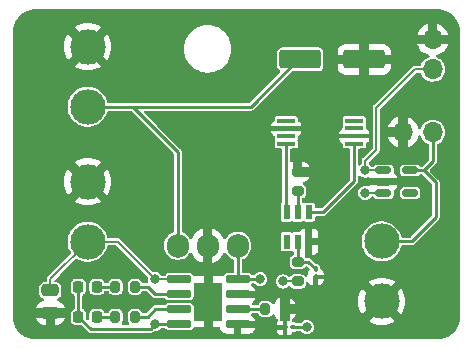
<source format=gbr>
%TF.GenerationSoftware,KiCad,Pcbnew,7.0.10*%
%TF.CreationDate,2024-07-15T19:27:34-03:00*%
%TF.ProjectId,board,626f6172-642e-46b6-9963-61645f706362,rev?*%
%TF.SameCoordinates,Original*%
%TF.FileFunction,Copper,L1,Top*%
%TF.FilePolarity,Positive*%
%FSLAX46Y46*%
G04 Gerber Fmt 4.6, Leading zero omitted, Abs format (unit mm)*
G04 Created by KiCad (PCBNEW 7.0.10) date 2024-07-15 19:27:34*
%MOMM*%
%LPD*%
G01*
G04 APERTURE LIST*
G04 Aperture macros list*
%AMRoundRect*
0 Rectangle with rounded corners*
0 $1 Rounding radius*
0 $2 $3 $4 $5 $6 $7 $8 $9 X,Y pos of 4 corners*
0 Add a 4 corners polygon primitive as box body*
4,1,4,$2,$3,$4,$5,$6,$7,$8,$9,$2,$3,0*
0 Add four circle primitives for the rounded corners*
1,1,$1+$1,$2,$3*
1,1,$1+$1,$4,$5*
1,1,$1+$1,$6,$7*
1,1,$1+$1,$8,$9*
0 Add four rect primitives between the rounded corners*
20,1,$1+$1,$2,$3,$4,$5,0*
20,1,$1+$1,$4,$5,$6,$7,0*
20,1,$1+$1,$6,$7,$8,$9,0*
20,1,$1+$1,$8,$9,$2,$3,0*%
G04 Aperture macros list end*
%TA.AperFunction,SMDPad,CuDef*%
%ADD10RoundRect,0.218750X0.218750X0.256250X-0.218750X0.256250X-0.218750X-0.256250X0.218750X-0.256250X0*%
%TD*%
%TA.AperFunction,SMDPad,CuDef*%
%ADD11RoundRect,0.200000X-0.200000X-0.275000X0.200000X-0.275000X0.200000X0.275000X-0.200000X0.275000X0*%
%TD*%
%TA.AperFunction,ComponentPad*%
%ADD12O,1.700000X1.700000*%
%TD*%
%TA.AperFunction,SMDPad,CuDef*%
%ADD13RoundRect,0.250000X-0.475000X0.250000X-0.475000X-0.250000X0.475000X-0.250000X0.475000X0.250000X0*%
%TD*%
%TA.AperFunction,ComponentPad*%
%ADD14O,3.000000X3.000000*%
%TD*%
%TA.AperFunction,ComponentPad*%
%ADD15C,3.000000*%
%TD*%
%TA.AperFunction,ComponentPad*%
%ADD16O,1.905000X2.000000*%
%TD*%
%TA.AperFunction,SMDPad,CuDef*%
%ADD17RoundRect,0.100000X-0.100000X0.130000X-0.100000X-0.130000X0.100000X-0.130000X0.100000X0.130000X0*%
%TD*%
%TA.AperFunction,SMDPad,CuDef*%
%ADD18RoundRect,0.150000X-0.512500X-0.150000X0.512500X-0.150000X0.512500X0.150000X-0.512500X0.150000X0*%
%TD*%
%TA.AperFunction,SMDPad,CuDef*%
%ADD19RoundRect,0.075000X0.910000X0.225000X-0.910000X0.225000X-0.910000X-0.225000X0.910000X-0.225000X0*%
%TD*%
%TA.AperFunction,SMDPad,CuDef*%
%ADD20R,2.413000X3.302000*%
%TD*%
%TA.AperFunction,SMDPad,CuDef*%
%ADD21RoundRect,0.200000X0.200000X0.275000X-0.200000X0.275000X-0.200000X-0.275000X0.200000X-0.275000X0*%
%TD*%
%TA.AperFunction,SMDPad,CuDef*%
%ADD22RoundRect,0.250000X-1.500000X-0.550000X1.500000X-0.550000X1.500000X0.550000X-1.500000X0.550000X0*%
%TD*%
%TA.AperFunction,SMDPad,CuDef*%
%ADD23RoundRect,0.050000X-0.730000X-0.150000X0.730000X-0.150000X0.730000X0.150000X-0.730000X0.150000X0*%
%TD*%
%TA.AperFunction,SMDPad,CuDef*%
%ADD24RoundRect,0.200000X0.275000X-0.200000X0.275000X0.200000X-0.275000X0.200000X-0.275000X-0.200000X0*%
%TD*%
%TA.AperFunction,SMDPad,CuDef*%
%ADD25RoundRect,0.100000X0.130000X0.100000X-0.130000X0.100000X-0.130000X-0.100000X0.130000X-0.100000X0*%
%TD*%
%TA.AperFunction,SMDPad,CuDef*%
%ADD26RoundRect,0.200000X-0.275000X0.200000X-0.275000X-0.200000X0.275000X-0.200000X0.275000X0.200000X0*%
%TD*%
%TA.AperFunction,SMDPad,CuDef*%
%ADD27R,0.590000X1.210000*%
%TD*%
%TA.AperFunction,ViaPad*%
%ADD28C,0.800000*%
%TD*%
%TA.AperFunction,Conductor*%
%ADD29C,0.250000*%
%TD*%
%TA.AperFunction,Conductor*%
%ADD30C,0.200000*%
%TD*%
G04 APERTURE END LIST*
D10*
%TO.P,D1,1,K*%
%TO.N,Net-(D1-K)*%
X127787500Y-103403400D03*
%TO.P,D1,2,A*%
%TO.N,5V*%
X126212500Y-103403400D03*
%TD*%
D11*
%TO.P,R2,1*%
%TO.N,Net-(D2-K)*%
X129350000Y-105943400D03*
%TO.P,R2,2*%
%TO.N,Net-(U2-~{CHRG})*%
X131000000Y-105943400D03*
%TD*%
D12*
%TO.P,J4,1,Pin_1*%
%TO.N,BAT+*%
X156210000Y-84993400D03*
%TO.P,J4,2,Pin_2*%
%TO.N,BAT-*%
X156210000Y-82453400D03*
%TD*%
D13*
%TO.P,C4,1*%
%TO.N,BAT+*%
X123825000Y-103723400D03*
%TO.P,C4,2*%
%TO.N,BAT-*%
X123825000Y-105623400D03*
%TD*%
D14*
%TO.P,J3,1,Pin_1*%
%TO.N,VCC*%
X151892000Y-99568000D03*
D15*
%TO.P,J3,2,Pin_2*%
%TO.N,BAT-*%
X151892000Y-104648000D03*
%TD*%
D16*
%TO.P,U1,1,VI*%
%TO.N,IN+*%
X134620000Y-99933400D03*
%TO.P,U1,2,GND*%
%TO.N,BAT-*%
X137160000Y-99933400D03*
%TO.P,U1,3,VO*%
%TO.N,5V*%
X139700000Y-99933400D03*
%TD*%
D17*
%TO.P,C3,1*%
%TO.N,Net-(U3-VCC)*%
X146304000Y-101940400D03*
%TO.P,C3,2*%
%TO.N,BAT-*%
X146304000Y-102580400D03*
%TD*%
D18*
%TO.P,U4,1,VIN*%
%TO.N,BAT+*%
X152030000Y-93563400D03*
%TO.P,U4,2,GND*%
%TO.N,BAT-*%
X152030000Y-94513400D03*
%TO.P,U4,3,EN*%
%TO.N,BAT+*%
X152030000Y-95463400D03*
%TO.P,U4,4,NC*%
%TO.N,unconnected-(U4-NC-Pad4)*%
X154305000Y-95463400D03*
%TO.P,U4,5,VOUT*%
%TO.N,VCC*%
X154305000Y-93563400D03*
%TD*%
D14*
%TO.P,J1,1,Pin_1*%
%TO.N,IN+*%
X127000000Y-88163400D03*
D15*
%TO.P,J1,2,Pin_2*%
%TO.N,BAT-*%
X127000000Y-83083400D03*
%TD*%
D11*
%TO.P,R1,1*%
%TO.N,Net-(D1-K)*%
X129350000Y-103403400D03*
%TO.P,R1,2*%
%TO.N,Net-(U2-~{STDBY})*%
X131000000Y-103403400D03*
%TD*%
D19*
%TO.P,U2,1,TEMP*%
%TO.N,BAT-*%
X139700000Y-106578400D03*
%TO.P,U2,2,PROG*%
%TO.N,Net-(U2-PROG)*%
X139700000Y-105308400D03*
%TO.P,U2,3,GND*%
%TO.N,BAT-*%
X139700000Y-104038400D03*
%TO.P,U2,4,VCC*%
%TO.N,5V*%
X139700000Y-102768400D03*
%TO.P,U2,5,BAT*%
%TO.N,BAT+*%
X134750000Y-102768400D03*
%TO.P,U2,6,~{STDBY}*%
%TO.N,Net-(U2-~{STDBY})*%
X134750000Y-104038400D03*
%TO.P,U2,7,~{CHRG}*%
%TO.N,Net-(U2-~{CHRG})*%
X134750000Y-105308400D03*
%TO.P,U2,8,CE*%
%TO.N,5V*%
X134750000Y-106578400D03*
D20*
%TO.P,U2,9,EP*%
%TO.N,BAT-*%
X137225000Y-104673400D03*
%TD*%
D14*
%TO.P,J2,1,Pin_1*%
%TO.N,BAT+*%
X127000000Y-99593400D03*
D15*
%TO.P,J2,2,Pin_2*%
%TO.N,BAT-*%
X127000000Y-94513400D03*
%TD*%
D21*
%TO.P,R3,1*%
%TO.N,BAT-*%
X143700000Y-105308400D03*
%TO.P,R3,2*%
%TO.N,Net-(U2-PROG)*%
X142050000Y-105308400D03*
%TD*%
D22*
%TO.P,C1,1*%
%TO.N,IN+*%
X145001000Y-84150200D03*
%TO.P,C1,2*%
%TO.N,BAT-*%
X150401000Y-84150200D03*
%TD*%
D23*
%TO.P,Q1,1*%
%TO.N,unconnected-(Q1-Pad1)*%
X143805000Y-89347400D03*
%TO.P,Q1,2*%
%TO.N,BAT-*%
X143805000Y-89997400D03*
%TO.P,Q1,3*%
%TO.N,N/C*%
X143805000Y-90647400D03*
%TO.P,Q1,4*%
%TO.N,Net-(U3-OC)*%
X143805000Y-91297400D03*
%TO.P,Q1,5*%
%TO.N,Net-(U3-OD)*%
X149565000Y-91297400D03*
%TO.P,Q1,6*%
%TO.N,BAT-*%
X149565000Y-90647400D03*
%TO.P,Q1,7*%
%TO.N,N/C*%
X149565000Y-89997400D03*
%TO.P,Q1,8*%
X149565000Y-89347400D03*
%TD*%
D10*
%TO.P,D2,1,K*%
%TO.N,Net-(D2-K)*%
X127787500Y-105943400D03*
%TO.P,D2,2,A*%
%TO.N,5V*%
X126212500Y-105943400D03*
%TD*%
D24*
%TO.P,R5,1*%
%TO.N,BAT+*%
X144780000Y-102958400D03*
%TO.P,R5,2*%
%TO.N,Net-(U3-VCC)*%
X144780000Y-101308400D03*
%TD*%
D25*
%TO.P,C2,1*%
%TO.N,5V*%
X144338000Y-106832400D03*
%TO.P,C2,2*%
%TO.N,BAT-*%
X143698000Y-106832400D03*
%TD*%
D26*
%TO.P,R4,1*%
%TO.N,BAT-*%
X144780000Y-93688400D03*
%TO.P,R4,2*%
%TO.N,Net-(U3-CS)*%
X144780000Y-95338400D03*
%TD*%
D12*
%TO.P,J5,1,Pin_1*%
%TO.N,VCC*%
X156215000Y-90322400D03*
%TO.P,J5,2,Pin_2*%
%TO.N,BAT-*%
X153675000Y-90322400D03*
%TD*%
D27*
%TO.P,U3,1,OD*%
%TO.N,Net-(U3-OD)*%
X145730000Y-97083400D03*
%TO.P,U3,2,CS*%
%TO.N,Net-(U3-CS)*%
X144780000Y-97083400D03*
%TO.P,U3,3,OC*%
%TO.N,Net-(U3-OC)*%
X143830000Y-97083400D03*
%TO.P,U3,4,TD*%
%TO.N,unconnected-(U3-TD-Pad4)*%
X143830000Y-99593400D03*
%TO.P,U3,5,VCC*%
%TO.N,Net-(U3-VCC)*%
X144780000Y-99593400D03*
%TO.P,U3,6,GND*%
%TO.N,BAT-*%
X145730000Y-99593400D03*
%TD*%
D28*
%TO.N,BAT+*%
X150495000Y-95463400D03*
X132715000Y-102768400D03*
X150495000Y-93563400D03*
X143510000Y-102958400D03*
%TO.N,5V*%
X132715000Y-106578400D03*
X145542000Y-106832400D03*
X141605000Y-102768400D03*
%TD*%
D29*
%TO.N,IN+*%
X130810000Y-88163400D02*
X134620000Y-91973400D01*
X127000000Y-88163400D02*
X130810000Y-88163400D01*
X140810000Y-88163400D02*
X145255000Y-83718400D01*
X130810000Y-88163400D02*
X140810000Y-88163400D01*
X134620000Y-91973400D02*
X134620000Y-99933400D01*
D30*
%TO.N,BAT-*%
X146050000Y-104038400D02*
X146304000Y-103784400D01*
X122870000Y-105623400D02*
X122174000Y-104927400D01*
X143700000Y-105308400D02*
X144780000Y-105308400D01*
X143698000Y-106832400D02*
X143698000Y-105310400D01*
X147066000Y-100228400D02*
X146431000Y-99593400D01*
X144780000Y-105308400D02*
X146050000Y-104038400D01*
X122174000Y-99339400D02*
X127000000Y-94513400D01*
X147066000Y-103022400D02*
X147066000Y-100228400D01*
X146304000Y-102580400D02*
X146304000Y-103784400D01*
X143698000Y-105310400D02*
X143700000Y-105308400D01*
X146431000Y-99593400D02*
X145730000Y-99593400D01*
X146304000Y-103784400D02*
X147066000Y-103022400D01*
X122174000Y-104927400D02*
X122174000Y-99339400D01*
X123825000Y-105623400D02*
X122870000Y-105623400D01*
D29*
%TO.N,Net-(U3-VCC)*%
X145672000Y-101308400D02*
X144780000Y-101308400D01*
X146304000Y-101940400D02*
X145672000Y-101308400D01*
X144780000Y-99593400D02*
X144780000Y-101308400D01*
D30*
%TO.N,BAT+*%
X129540000Y-99593400D02*
X132715000Y-102768400D01*
X123825000Y-102768400D02*
X127000000Y-99593400D01*
X150495000Y-92735400D02*
X151434800Y-91795600D01*
X150495000Y-93563400D02*
X150495000Y-92735400D01*
X151434800Y-88239600D02*
X154681000Y-84993400D01*
X123825000Y-103723400D02*
X123825000Y-102768400D01*
X143510000Y-102958400D02*
X144780000Y-102958400D01*
X127000000Y-99593400D02*
X129540000Y-99593400D01*
X150495000Y-95463400D02*
X152030000Y-95463400D01*
X132715000Y-102768400D02*
X134750000Y-102768400D01*
X150495000Y-93563400D02*
X152030000Y-93563400D01*
X154681000Y-84993400D02*
X156210000Y-84993400D01*
X151434800Y-91795600D02*
X151434800Y-88239600D01*
D29*
%TO.N,Net-(D1-K)*%
X127787500Y-103403400D02*
X129350000Y-103403400D01*
%TO.N,Net-(D2-K)*%
X127787500Y-105943400D02*
X129350000Y-105943400D01*
%TO.N,Net-(U3-OC)*%
X143830000Y-97083400D02*
X143805000Y-97058400D01*
X143805000Y-97058400D02*
X143805000Y-91424400D01*
X143805000Y-91424400D02*
X143830000Y-91399400D01*
%TO.N,Net-(U3-OD)*%
X149565000Y-94427400D02*
X149565000Y-91297400D01*
X145730000Y-97083400D02*
X146909000Y-97083400D01*
X146909000Y-97083400D02*
X149565000Y-94427400D01*
%TO.N,Net-(U2-~{CHRG})*%
X132715000Y-105308400D02*
X134750000Y-105308400D01*
X132080000Y-105943400D02*
X132715000Y-105308400D01*
X131000000Y-105943400D02*
X132080000Y-105943400D01*
%TO.N,Net-(U2-PROG)*%
X139700000Y-105308400D02*
X142050000Y-105308400D01*
%TO.N,Net-(U3-CS)*%
X144780000Y-95338400D02*
X144780000Y-97083400D01*
%TO.N,5V*%
X132322236Y-106971164D02*
X132715000Y-106578400D01*
X126212500Y-103403400D02*
X126212500Y-105943400D01*
X127240264Y-106971164D02*
X132322236Y-106971164D01*
X139700000Y-99933400D02*
X139700000Y-102768400D01*
X139700000Y-102768400D02*
X141605000Y-102768400D01*
X126212500Y-105943400D02*
X127240264Y-106971164D01*
X132715000Y-106578400D02*
X134750000Y-106578400D01*
X144338000Y-106832400D02*
X145542000Y-106832400D01*
%TO.N,VCC*%
X151892000Y-99568000D02*
X154432000Y-99568000D01*
X155448000Y-93563400D02*
X156215000Y-92796400D01*
X156464000Y-97536000D02*
X156464000Y-94579400D01*
X156464000Y-94579400D02*
X155448000Y-93563400D01*
X154432000Y-99568000D02*
X156464000Y-97536000D01*
X156215000Y-92796400D02*
X156215000Y-90322400D01*
X155448000Y-93563400D02*
X154305000Y-93563400D01*
%TO.N,Net-(U2-~{STDBY})*%
X132080000Y-103403400D02*
X131000000Y-103403400D01*
X132715000Y-104038400D02*
X132080000Y-103403400D01*
X134750000Y-104038400D02*
X132715000Y-104038400D01*
%TD*%
%TA.AperFunction,Conductor*%
%TO.N,BAT-*%
G36*
X156564540Y-79909735D02*
G01*
X156564548Y-79909738D01*
X156612333Y-79909738D01*
X156620443Y-79910003D01*
X156701817Y-79915336D01*
X156702434Y-79915379D01*
X156864710Y-79926963D01*
X156880058Y-79929029D01*
X156989741Y-79950847D01*
X156991596Y-79951233D01*
X157120595Y-79979295D01*
X157134071Y-79983036D01*
X157244791Y-80020620D01*
X157248053Y-80021781D01*
X157366916Y-80066115D01*
X157378378Y-80071064D01*
X157485024Y-80123657D01*
X157489515Y-80125989D01*
X157599027Y-80185788D01*
X157608461Y-80191500D01*
X157708088Y-80258070D01*
X157713460Y-80261871D01*
X157811251Y-80335078D01*
X157812618Y-80336101D01*
X157820063Y-80342138D01*
X157909019Y-80420152D01*
X157910412Y-80421373D01*
X157916334Y-80426920D01*
X158003700Y-80514288D01*
X158009247Y-80520210D01*
X158088491Y-80610572D01*
X158094530Y-80618021D01*
X158168732Y-80717146D01*
X158172551Y-80722542D01*
X158239119Y-80822171D01*
X158244838Y-80831618D01*
X158304602Y-80941072D01*
X158306972Y-80945636D01*
X158359546Y-81052249D01*
X158364503Y-81063730D01*
X158401511Y-81162955D01*
X158408778Y-81182440D01*
X158410015Y-81185915D01*
X158447570Y-81296555D01*
X158451317Y-81310055D01*
X158479330Y-81438838D01*
X158479780Y-81441003D01*
X158493617Y-81510567D01*
X158496000Y-81534758D01*
X158496000Y-106223849D01*
X158493617Y-106248043D01*
X158479811Y-106317443D01*
X158479360Y-106319610D01*
X158451337Y-106448416D01*
X158447590Y-106461916D01*
X158410037Y-106572537D01*
X158408799Y-106576011D01*
X158364518Y-106694727D01*
X158359548Y-106706237D01*
X158306990Y-106812810D01*
X158304611Y-106817393D01*
X158244848Y-106926838D01*
X158239117Y-106936302D01*
X158172574Y-107035888D01*
X158168739Y-107041308D01*
X158094525Y-107140443D01*
X158088486Y-107147891D01*
X158009258Y-107238231D01*
X158003712Y-107244153D01*
X157916332Y-107331532D01*
X157910410Y-107337078D01*
X157820057Y-107416315D01*
X157812607Y-107422355D01*
X157713473Y-107496564D01*
X157708055Y-107500398D01*
X157608484Y-107566929D01*
X157599018Y-107572660D01*
X157489541Y-107632437D01*
X157484959Y-107634816D01*
X157378397Y-107687366D01*
X157366887Y-107692336D01*
X157248215Y-107736598D01*
X157244739Y-107737836D01*
X157134064Y-107775404D01*
X157120565Y-107779150D01*
X156991799Y-107807161D01*
X156989633Y-107807612D01*
X156880035Y-107829413D01*
X156864689Y-107831480D01*
X156706716Y-107842778D01*
X156705981Y-107842828D01*
X156625035Y-107848134D01*
X156616924Y-107848400D01*
X142902513Y-107848400D01*
X122559050Y-107847900D01*
X122550942Y-107847634D01*
X122548298Y-107847460D01*
X122471803Y-107842446D01*
X122471070Y-107842396D01*
X122306406Y-107830620D01*
X122291059Y-107828553D01*
X122183879Y-107807233D01*
X122181713Y-107806782D01*
X122050495Y-107778237D01*
X122036995Y-107774490D01*
X121927908Y-107737460D01*
X121924433Y-107736223D01*
X121804165Y-107691366D01*
X121792654Y-107686396D01*
X121687222Y-107634402D01*
X121682639Y-107632022D01*
X121572034Y-107571627D01*
X121562571Y-107565898D01*
X121510589Y-107531165D01*
X121463885Y-107499958D01*
X121458483Y-107496135D01*
X121380933Y-107438082D01*
X121358403Y-107421216D01*
X121350976Y-107415195D01*
X121261408Y-107336646D01*
X121255486Y-107331099D01*
X121167299Y-107242912D01*
X121161752Y-107236990D01*
X121158164Y-107232899D01*
X121083199Y-107147417D01*
X121077188Y-107140002D01*
X121002252Y-107039899D01*
X120998451Y-107034529D01*
X120932495Y-106935819D01*
X120926776Y-106926372D01*
X120866365Y-106815737D01*
X120864008Y-106811200D01*
X120811995Y-106705729D01*
X120807039Y-106694249D01*
X120762166Y-106573940D01*
X120760938Y-106570490D01*
X120756615Y-106557756D01*
X120723907Y-106461400D01*
X120720164Y-106447915D01*
X120691596Y-106316589D01*
X120691189Y-106314637D01*
X120669841Y-106207312D01*
X120667781Y-106192015D01*
X120655988Y-106027129D01*
X120655983Y-106027056D01*
X120655743Y-106023400D01*
X122610219Y-106023400D01*
X122610494Y-106026094D01*
X122610495Y-106026101D01*
X122665641Y-106192519D01*
X122665643Y-106192524D01*
X122757684Y-106341745D01*
X122881654Y-106465715D01*
X123030875Y-106557756D01*
X123030880Y-106557758D01*
X123197302Y-106612905D01*
X123197309Y-106612906D01*
X123300019Y-106623399D01*
X123424999Y-106623399D01*
X123425000Y-106623398D01*
X123425000Y-106023400D01*
X124225000Y-106023400D01*
X124225000Y-106623399D01*
X124349972Y-106623399D01*
X124349986Y-106623398D01*
X124452697Y-106612905D01*
X124619119Y-106557758D01*
X124619124Y-106557756D01*
X124768345Y-106465715D01*
X124892315Y-106341745D01*
X124959605Y-106232651D01*
X125574500Y-106232651D01*
X125590047Y-106330817D01*
X125602591Y-106355435D01*
X125650342Y-106449151D01*
X125650344Y-106449153D01*
X125650346Y-106449156D01*
X125744243Y-106543053D01*
X125744245Y-106543054D01*
X125744249Y-106543058D01*
X125862580Y-106603351D01*
X125862581Y-106603351D01*
X125862583Y-106603352D01*
X125862582Y-106603352D01*
X125960749Y-106618900D01*
X125960754Y-106618900D01*
X126376312Y-106618900D01*
X126443351Y-106638585D01*
X126463993Y-106655219D01*
X126996214Y-107187440D01*
X127003521Y-107195414D01*
X127027805Y-107224354D01*
X127027807Y-107224355D01*
X127027809Y-107224358D01*
X127027811Y-107224359D01*
X127027812Y-107224360D01*
X127060520Y-107243244D01*
X127069643Y-107249056D01*
X127086247Y-107260682D01*
X127100580Y-107270718D01*
X127100583Y-107270718D01*
X127105440Y-107272984D01*
X127122197Y-107279924D01*
X127127217Y-107281751D01*
X127127219Y-107281752D01*
X127164407Y-107288309D01*
X127174970Y-107290651D01*
X127211457Y-107300428D01*
X127249087Y-107297135D01*
X127259894Y-107296664D01*
X132302608Y-107296664D01*
X132313416Y-107297135D01*
X132351043Y-107300428D01*
X132387555Y-107290643D01*
X132398066Y-107288313D01*
X132435281Y-107281752D01*
X132435286Y-107281748D01*
X132440335Y-107279911D01*
X132457060Y-107272983D01*
X132461917Y-107270718D01*
X132461920Y-107270718D01*
X132492861Y-107249051D01*
X132501975Y-107243246D01*
X132534691Y-107224358D01*
X132539331Y-107218827D01*
X132597497Y-107180124D01*
X132650508Y-107175591D01*
X132715000Y-107184082D01*
X132715001Y-107184082D01*
X132779496Y-107175591D01*
X132871762Y-107163444D01*
X133017841Y-107102936D01*
X133143282Y-107006682D01*
X133184923Y-106952413D01*
X133241351Y-106911211D01*
X133283299Y-106903900D01*
X133509532Y-106903900D01*
X133576571Y-106923585D01*
X133612634Y-106959009D01*
X133641375Y-107002024D01*
X133677876Y-107026413D01*
X133732505Y-107062915D01*
X133732508Y-107062915D01*
X133732509Y-107062916D01*
X133772686Y-107070907D01*
X133812867Y-107078900D01*
X135687132Y-107078899D01*
X135767495Y-107062915D01*
X135858624Y-107002024D01*
X135919515Y-106910895D01*
X135919516Y-106910892D01*
X135923638Y-106900943D01*
X135967480Y-106846541D01*
X136033775Y-106824479D01*
X136038197Y-106824400D01*
X136825000Y-106824400D01*
X136825000Y-105073400D01*
X136040672Y-105073400D01*
X135973633Y-105053715D01*
X135927878Y-105000911D01*
X135920817Y-104979051D01*
X135919515Y-104975907D01*
X135919515Y-104975905D01*
X135899309Y-104945666D01*
X135858624Y-104884775D01*
X135793488Y-104841253D01*
X135767495Y-104823885D01*
X135767493Y-104823884D01*
X135767490Y-104823883D01*
X135687136Y-104807900D01*
X133812870Y-104807900D01*
X133732504Y-104823885D01*
X133641375Y-104884775D01*
X133612634Y-104927791D01*
X133559022Y-104972596D01*
X133509532Y-104982900D01*
X132734628Y-104982900D01*
X132723819Y-104982428D01*
X132686192Y-104979135D01*
X132686191Y-104979135D01*
X132649703Y-104988912D01*
X132639148Y-104991252D01*
X132601960Y-104997810D01*
X132596961Y-104999629D01*
X132580117Y-105006606D01*
X132575313Y-105008846D01*
X132544381Y-105030505D01*
X132535264Y-105036314D01*
X132502548Y-105055204D01*
X132502540Y-105055210D01*
X132478262Y-105084143D01*
X132470956Y-105092116D01*
X131981493Y-105581581D01*
X131920170Y-105615066D01*
X131893812Y-105617900D01*
X131699747Y-105617900D01*
X131632708Y-105598215D01*
X131589262Y-105550195D01*
X131585646Y-105543098D01*
X131585646Y-105543096D01*
X131528050Y-105430058D01*
X131528048Y-105430056D01*
X131528045Y-105430052D01*
X131438347Y-105340354D01*
X131438344Y-105340352D01*
X131438342Y-105340350D01*
X131361517Y-105301205D01*
X131325301Y-105282752D01*
X131231524Y-105267900D01*
X130768482Y-105267900D01*
X130694731Y-105279581D01*
X130674696Y-105282754D01*
X130561658Y-105340350D01*
X130561657Y-105340351D01*
X130561652Y-105340354D01*
X130471954Y-105430052D01*
X130471952Y-105430056D01*
X130471950Y-105430058D01*
X130452751Y-105467737D01*
X130414352Y-105543098D01*
X130399500Y-105636875D01*
X130399500Y-106249917D01*
X130405786Y-106289606D01*
X130414354Y-106343704D01*
X130468825Y-106450609D01*
X130476346Y-106465369D01*
X130489242Y-106534039D01*
X130462966Y-106598779D01*
X130405859Y-106639036D01*
X130365861Y-106645664D01*
X129984139Y-106645664D01*
X129917100Y-106625979D01*
X129871345Y-106573175D01*
X129861401Y-106504017D01*
X129873654Y-106465369D01*
X129881915Y-106449156D01*
X129935646Y-106343704D01*
X129935646Y-106343702D01*
X129935647Y-106343701D01*
X129947494Y-106268900D01*
X129950500Y-106249919D01*
X129950499Y-105636882D01*
X129935646Y-105543096D01*
X129878050Y-105430058D01*
X129878046Y-105430054D01*
X129878045Y-105430052D01*
X129788347Y-105340354D01*
X129788344Y-105340352D01*
X129788342Y-105340350D01*
X129711517Y-105301205D01*
X129675301Y-105282752D01*
X129581524Y-105267900D01*
X129118482Y-105267900D01*
X129044731Y-105279581D01*
X129024696Y-105282754D01*
X128911658Y-105340350D01*
X128911657Y-105340351D01*
X128911652Y-105340354D01*
X128821954Y-105430052D01*
X128821952Y-105430056D01*
X128821950Y-105430058D01*
X128796015Y-105480958D01*
X128760737Y-105550195D01*
X128712762Y-105600991D01*
X128650252Y-105617900D01*
X128517488Y-105617900D01*
X128450449Y-105598215D01*
X128407003Y-105550195D01*
X128403387Y-105543098D01*
X128349658Y-105437649D01*
X128349654Y-105437645D01*
X128349653Y-105437643D01*
X128255756Y-105343746D01*
X128255753Y-105343744D01*
X128255751Y-105343742D01*
X128137420Y-105283449D01*
X128137419Y-105283448D01*
X128137416Y-105283447D01*
X128137417Y-105283447D01*
X128039251Y-105267900D01*
X128039246Y-105267900D01*
X127535754Y-105267900D01*
X127535749Y-105267900D01*
X127437582Y-105283447D01*
X127358692Y-105323644D01*
X127319249Y-105343742D01*
X127319248Y-105343743D01*
X127319243Y-105343746D01*
X127225346Y-105437643D01*
X127225343Y-105437648D01*
X127165047Y-105555982D01*
X127149500Y-105654148D01*
X127149500Y-106120712D01*
X127129815Y-106187751D01*
X127077011Y-106233506D01*
X127007853Y-106243450D01*
X126944297Y-106214425D01*
X126937819Y-106208393D01*
X126886819Y-106157393D01*
X126853334Y-106096070D01*
X126850500Y-106069712D01*
X126850500Y-105654148D01*
X126834952Y-105555982D01*
X126828386Y-105543096D01*
X126774658Y-105437649D01*
X126774654Y-105437645D01*
X126774653Y-105437643D01*
X126680756Y-105343746D01*
X126680752Y-105343743D01*
X126680751Y-105343742D01*
X126657282Y-105331784D01*
X126605704Y-105305503D01*
X126554909Y-105257529D01*
X126538000Y-105195019D01*
X126538000Y-104151780D01*
X126557685Y-104084741D01*
X126605702Y-104041297D01*
X126680751Y-104003058D01*
X126774658Y-103909151D01*
X126834951Y-103790820D01*
X126834951Y-103790818D01*
X126834952Y-103790817D01*
X126850500Y-103692651D01*
X127149500Y-103692651D01*
X127165047Y-103790817D01*
X127177390Y-103815041D01*
X127225342Y-103909151D01*
X127225344Y-103909153D01*
X127225346Y-103909156D01*
X127319243Y-104003053D01*
X127319245Y-104003054D01*
X127319249Y-104003058D01*
X127437580Y-104063351D01*
X127437581Y-104063351D01*
X127437583Y-104063352D01*
X127437582Y-104063352D01*
X127535749Y-104078900D01*
X127535754Y-104078900D01*
X128039251Y-104078900D01*
X128137417Y-104063352D01*
X128137418Y-104063351D01*
X128137420Y-104063351D01*
X128255751Y-104003058D01*
X128349658Y-103909151D01*
X128407003Y-103796604D01*
X128454978Y-103745809D01*
X128517488Y-103728900D01*
X128650253Y-103728900D01*
X128717292Y-103748585D01*
X128760738Y-103796605D01*
X128764353Y-103803700D01*
X128764354Y-103803704D01*
X128818085Y-103909156D01*
X128821951Y-103916743D01*
X128821954Y-103916747D01*
X128911652Y-104006445D01*
X128911654Y-104006446D01*
X128911658Y-104006450D01*
X129023332Y-104063351D01*
X129024698Y-104064047D01*
X129118475Y-104078899D01*
X129118481Y-104078900D01*
X129581518Y-104078899D01*
X129675304Y-104064046D01*
X129788342Y-104006450D01*
X129878050Y-103916742D01*
X129935646Y-103803704D01*
X129935646Y-103803702D01*
X129935647Y-103803701D01*
X129950499Y-103709924D01*
X129950500Y-103709919D01*
X129950499Y-103096882D01*
X129935646Y-103003096D01*
X129878050Y-102890058D01*
X129878046Y-102890054D01*
X129878045Y-102890052D01*
X129788347Y-102800354D01*
X129788344Y-102800352D01*
X129788342Y-102800350D01*
X129697919Y-102754277D01*
X129675301Y-102742752D01*
X129581524Y-102727900D01*
X129118482Y-102727900D01*
X129037519Y-102740723D01*
X129024696Y-102742754D01*
X128911658Y-102800350D01*
X128911657Y-102800351D01*
X128911652Y-102800354D01*
X128821954Y-102890052D01*
X128821952Y-102890056D01*
X128821950Y-102890058D01*
X128769946Y-102992121D01*
X128760737Y-103010195D01*
X128712762Y-103060991D01*
X128650252Y-103077900D01*
X128517488Y-103077900D01*
X128450449Y-103058215D01*
X128407003Y-103010195D01*
X128349658Y-102897649D01*
X128349654Y-102897645D01*
X128349653Y-102897643D01*
X128255756Y-102803746D01*
X128255753Y-102803744D01*
X128255751Y-102803742D01*
X128137420Y-102743449D01*
X128137419Y-102743448D01*
X128137416Y-102743447D01*
X128137417Y-102743447D01*
X128039251Y-102727900D01*
X128039246Y-102727900D01*
X127535754Y-102727900D01*
X127535749Y-102727900D01*
X127437582Y-102743447D01*
X127365060Y-102780400D01*
X127319249Y-102803742D01*
X127319248Y-102803743D01*
X127319243Y-102803746D01*
X127225346Y-102897643D01*
X127225343Y-102897648D01*
X127225342Y-102897649D01*
X127211323Y-102925162D01*
X127165047Y-103015982D01*
X127149500Y-103114148D01*
X127149500Y-103692651D01*
X126850500Y-103692651D01*
X126850500Y-103114148D01*
X126834952Y-103015982D01*
X126822563Y-102991667D01*
X126774658Y-102897649D01*
X126774654Y-102897645D01*
X126774653Y-102897643D01*
X126680756Y-102803746D01*
X126680753Y-102803744D01*
X126680751Y-102803742D01*
X126562420Y-102743449D01*
X126562419Y-102743448D01*
X126562416Y-102743447D01*
X126562417Y-102743447D01*
X126464251Y-102727900D01*
X126464246Y-102727900D01*
X125960754Y-102727900D01*
X125960749Y-102727900D01*
X125862582Y-102743447D01*
X125790060Y-102780400D01*
X125744249Y-102803742D01*
X125744248Y-102803743D01*
X125744243Y-102803746D01*
X125650346Y-102897643D01*
X125650343Y-102897648D01*
X125650342Y-102897649D01*
X125636323Y-102925162D01*
X125590047Y-103015982D01*
X125574500Y-103114148D01*
X125574500Y-103692651D01*
X125590047Y-103790817D01*
X125602390Y-103815041D01*
X125650342Y-103909151D01*
X125650344Y-103909153D01*
X125650346Y-103909156D01*
X125744243Y-104003053D01*
X125744247Y-104003056D01*
X125744249Y-104003058D01*
X125819297Y-104041297D01*
X125870091Y-104089269D01*
X125887000Y-104151780D01*
X125887000Y-105195019D01*
X125867315Y-105262058D01*
X125819296Y-105305503D01*
X125744250Y-105343741D01*
X125744243Y-105343746D01*
X125650346Y-105437643D01*
X125650343Y-105437648D01*
X125590047Y-105555982D01*
X125574500Y-105654148D01*
X125574500Y-106232651D01*
X124959605Y-106232651D01*
X124984356Y-106192524D01*
X124984358Y-106192519D01*
X125039504Y-106026101D01*
X125039505Y-106026094D01*
X125039781Y-106023400D01*
X124225000Y-106023400D01*
X123425000Y-106023400D01*
X122610219Y-106023400D01*
X120655743Y-106023400D01*
X120650765Y-105947442D01*
X120650500Y-105939334D01*
X120650500Y-105223400D01*
X122610219Y-105223400D01*
X125039780Y-105223400D01*
X125039505Y-105220705D01*
X125039504Y-105220698D01*
X124984358Y-105054280D01*
X124984356Y-105054275D01*
X124892315Y-104905054D01*
X124768345Y-104781084D01*
X124619124Y-104689043D01*
X124619119Y-104689041D01*
X124450917Y-104633305D01*
X124393472Y-104593533D01*
X124366649Y-104529017D01*
X124378964Y-104460241D01*
X124426507Y-104409041D01*
X124448966Y-104398558D01*
X124448972Y-104398556D01*
X124512882Y-104376193D01*
X124622150Y-104295550D01*
X124702793Y-104186282D01*
X124725219Y-104122190D01*
X124747646Y-104058101D01*
X124747646Y-104058099D01*
X124750500Y-104027669D01*
X124750500Y-103419130D01*
X124747646Y-103388700D01*
X124747646Y-103388698D01*
X124705726Y-103268900D01*
X124702793Y-103260518D01*
X124622150Y-103151250D01*
X124512882Y-103070607D01*
X124512880Y-103070606D01*
X124384700Y-103025753D01*
X124354270Y-103022900D01*
X124354266Y-103022900D01*
X124294833Y-103022900D01*
X124227794Y-103003215D01*
X124182039Y-102950411D01*
X124172095Y-102881253D01*
X124201120Y-102817697D01*
X124207152Y-102811219D01*
X124637973Y-102380398D01*
X125956275Y-101062094D01*
X126017596Y-101028611D01*
X126087287Y-101033595D01*
X126113804Y-101047323D01*
X126147366Y-101070205D01*
X126147370Y-101070206D01*
X126147373Y-101070209D01*
X126228342Y-101109201D01*
X126376992Y-101180787D01*
X126376993Y-101180787D01*
X126376996Y-101180789D01*
X126620542Y-101255913D01*
X126872565Y-101293900D01*
X127127435Y-101293900D01*
X127379458Y-101255913D01*
X127623004Y-101180789D01*
X127852634Y-101070205D01*
X128063217Y-100926632D01*
X128250050Y-100753277D01*
X128408959Y-100554012D01*
X128536393Y-100333288D01*
X128629508Y-100096037D01*
X128643620Y-100034208D01*
X128653641Y-99990307D01*
X128687750Y-99929329D01*
X128749412Y-99896471D01*
X128774532Y-99893900D01*
X129364167Y-99893900D01*
X129431206Y-99913585D01*
X129451848Y-99930219D01*
X132087101Y-102565472D01*
X132120586Y-102626795D01*
X132122359Y-102669338D01*
X132109318Y-102768398D01*
X132109318Y-102768400D01*
X132125334Y-102890058D01*
X132131017Y-102933220D01*
X132128780Y-102933514D01*
X132127391Y-102991667D01*
X132088223Y-103049526D01*
X132023992Y-103077024D01*
X132009282Y-103077900D01*
X131699747Y-103077900D01*
X131632708Y-103058215D01*
X131589262Y-103010195D01*
X131585646Y-103003098D01*
X131585646Y-103003096D01*
X131528050Y-102890058D01*
X131528048Y-102890056D01*
X131528045Y-102890052D01*
X131438347Y-102800354D01*
X131438344Y-102800352D01*
X131438342Y-102800350D01*
X131347919Y-102754277D01*
X131325301Y-102742752D01*
X131231524Y-102727900D01*
X130768482Y-102727900D01*
X130687519Y-102740723D01*
X130674696Y-102742754D01*
X130561658Y-102800350D01*
X130561657Y-102800351D01*
X130561652Y-102800354D01*
X130471954Y-102890052D01*
X130471952Y-102890056D01*
X130471950Y-102890058D01*
X130467445Y-102898900D01*
X130414352Y-103003098D01*
X130399500Y-103096875D01*
X130399500Y-103709917D01*
X130405786Y-103749606D01*
X130414354Y-103803704D01*
X130471950Y-103916742D01*
X130471952Y-103916744D01*
X130471954Y-103916747D01*
X130561652Y-104006445D01*
X130561654Y-104006446D01*
X130561658Y-104006450D01*
X130673332Y-104063351D01*
X130674698Y-104064047D01*
X130768475Y-104078899D01*
X130768481Y-104078900D01*
X131231518Y-104078899D01*
X131325304Y-104064046D01*
X131438342Y-104006450D01*
X131528050Y-103916742D01*
X131585646Y-103803704D01*
X131585646Y-103803703D01*
X131589263Y-103796605D01*
X131637238Y-103745809D01*
X131699748Y-103728900D01*
X131893812Y-103728900D01*
X131960851Y-103748585D01*
X131981493Y-103765219D01*
X132470950Y-104254676D01*
X132478257Y-104262650D01*
X132502541Y-104291590D01*
X132502543Y-104291591D01*
X132502545Y-104291594D01*
X132502547Y-104291595D01*
X132502548Y-104291596D01*
X132535256Y-104310480D01*
X132544379Y-104316292D01*
X132575313Y-104337952D01*
X132575316Y-104337954D01*
X132575319Y-104337954D01*
X132580176Y-104340220D01*
X132596933Y-104347160D01*
X132601953Y-104348987D01*
X132601955Y-104348988D01*
X132639143Y-104355545D01*
X132649706Y-104357887D01*
X132686193Y-104367664D01*
X132723823Y-104364371D01*
X132734630Y-104363900D01*
X133509532Y-104363900D01*
X133576571Y-104383585D01*
X133612634Y-104419009D01*
X133641375Y-104462024D01*
X133665775Y-104478327D01*
X133732505Y-104522915D01*
X133732508Y-104522915D01*
X133732509Y-104522916D01*
X133763182Y-104529017D01*
X133812867Y-104538900D01*
X135687132Y-104538899D01*
X135767495Y-104522915D01*
X135858624Y-104462024D01*
X135919515Y-104370895D01*
X135919516Y-104370888D01*
X135924190Y-104359609D01*
X135925816Y-104360282D01*
X135951436Y-104311302D01*
X136012150Y-104276725D01*
X136040672Y-104273400D01*
X136825000Y-104273400D01*
X136825000Y-102522400D01*
X136038196Y-102522400D01*
X135971157Y-102502715D01*
X135925402Y-102449911D01*
X135923635Y-102445852D01*
X135919515Y-102435905D01*
X135858624Y-102344775D01*
X135803995Y-102308274D01*
X135767495Y-102283885D01*
X135767493Y-102283884D01*
X135767490Y-102283883D01*
X135687136Y-102267900D01*
X133812870Y-102267900D01*
X133732504Y-102283885D01*
X133641376Y-102344775D01*
X133632606Y-102357901D01*
X133595928Y-102412791D01*
X133542319Y-102457596D01*
X133492828Y-102467900D01*
X133302482Y-102467900D01*
X133235443Y-102448215D01*
X133204106Y-102419386D01*
X133143283Y-102340119D01*
X133143282Y-102340118D01*
X133017841Y-102243864D01*
X133016153Y-102243165D01*
X132871762Y-102183356D01*
X132871760Y-102183355D01*
X132715001Y-102162718D01*
X132714999Y-102162718D01*
X132615938Y-102175759D01*
X132546902Y-102164993D01*
X132512072Y-102140501D01*
X129799962Y-99428391D01*
X129788687Y-99415435D01*
X129783955Y-99409168D01*
X129749683Y-99377925D01*
X129745560Y-99373989D01*
X129732797Y-99361226D01*
X129732796Y-99361225D01*
X129732794Y-99361223D01*
X129729077Y-99358137D01*
X129720679Y-99351484D01*
X129700933Y-99333484D01*
X129694470Y-99330980D01*
X129669192Y-99317656D01*
X129663481Y-99313744D01*
X129663478Y-99313743D01*
X129663479Y-99313743D01*
X129637483Y-99307628D01*
X129621089Y-99302551D01*
X129596174Y-99292900D01*
X129596173Y-99292900D01*
X129589249Y-99292900D01*
X129560858Y-99289606D01*
X129554119Y-99288021D01*
X129527666Y-99291711D01*
X129510536Y-99292900D01*
X128774532Y-99292900D01*
X128707493Y-99273215D01*
X128661738Y-99220411D01*
X128653641Y-99196493D01*
X128632940Y-99105801D01*
X128629508Y-99090763D01*
X128536393Y-98853512D01*
X128408959Y-98632788D01*
X128250050Y-98433523D01*
X128063217Y-98260168D01*
X127852634Y-98116595D01*
X127852630Y-98116593D01*
X127852627Y-98116591D01*
X127852626Y-98116590D01*
X127623006Y-98006012D01*
X127623008Y-98006012D01*
X127379466Y-97930889D01*
X127379462Y-97930888D01*
X127379458Y-97930887D01*
X127258231Y-97912614D01*
X127127440Y-97892900D01*
X127127435Y-97892900D01*
X126872565Y-97892900D01*
X126872559Y-97892900D01*
X126715609Y-97916557D01*
X126620542Y-97930887D01*
X126620539Y-97930888D01*
X126620533Y-97930889D01*
X126376992Y-98006012D01*
X126147373Y-98116590D01*
X126147372Y-98116591D01*
X125936782Y-98260168D01*
X125749952Y-98433521D01*
X125749950Y-98433523D01*
X125591041Y-98632788D01*
X125463608Y-98853509D01*
X125370492Y-99090762D01*
X125370490Y-99090769D01*
X125313777Y-99339245D01*
X125294732Y-99593395D01*
X125294732Y-99593404D01*
X125313777Y-99847554D01*
X125370490Y-100096030D01*
X125370492Y-100096037D01*
X125463607Y-100333288D01*
X125552023Y-100486431D01*
X125568495Y-100554331D01*
X125545642Y-100620358D01*
X125532316Y-100636111D01*
X123659986Y-102508441D01*
X123647035Y-102519712D01*
X123640767Y-102524444D01*
X123609522Y-102558718D01*
X123605574Y-102562853D01*
X123592827Y-102575600D01*
X123589746Y-102579311D01*
X123583085Y-102587719D01*
X123565083Y-102607466D01*
X123565083Y-102607467D01*
X123562578Y-102613933D01*
X123549259Y-102639202D01*
X123545345Y-102644915D01*
X123545343Y-102644920D01*
X123539228Y-102670917D01*
X123534151Y-102687313D01*
X123524500Y-102712226D01*
X123524500Y-102719151D01*
X123521206Y-102747541D01*
X123519621Y-102754277D01*
X123519621Y-102754282D01*
X123523311Y-102780733D01*
X123524500Y-102797864D01*
X123524500Y-102898900D01*
X123504815Y-102965939D01*
X123452011Y-103011694D01*
X123400500Y-103022900D01*
X123295730Y-103022900D01*
X123265300Y-103025753D01*
X123265298Y-103025753D01*
X123137119Y-103070606D01*
X123137117Y-103070607D01*
X123027850Y-103151250D01*
X122947207Y-103260517D01*
X122947206Y-103260519D01*
X122902353Y-103388698D01*
X122902353Y-103388700D01*
X122899500Y-103419130D01*
X122899500Y-104027669D01*
X122902353Y-104058099D01*
X122902353Y-104058101D01*
X122935134Y-104151780D01*
X122947207Y-104186282D01*
X123027850Y-104295550D01*
X123137118Y-104376193D01*
X123201033Y-104398558D01*
X123257807Y-104439278D01*
X123283555Y-104504230D01*
X123270099Y-104572792D01*
X123221712Y-104623195D01*
X123199082Y-104633304D01*
X123030878Y-104689042D01*
X123030875Y-104689043D01*
X122881654Y-104781084D01*
X122757684Y-104905054D01*
X122665643Y-105054275D01*
X122665641Y-105054280D01*
X122610495Y-105220698D01*
X122610494Y-105220705D01*
X122610219Y-105223400D01*
X120650500Y-105223400D01*
X120650500Y-94513401D01*
X124994891Y-94513401D01*
X125015300Y-94798762D01*
X125076109Y-95078295D01*
X125176091Y-95346358D01*
X125313196Y-95597447D01*
X125329066Y-95618646D01*
X125329067Y-95618646D01*
X126259159Y-94688553D01*
X126266971Y-94732854D01*
X126337340Y-94895987D01*
X126443433Y-95038494D01*
X126579530Y-95152694D01*
X126738295Y-95232428D01*
X126825895Y-95253189D01*
X125894752Y-96184332D01*
X125915954Y-96200204D01*
X125915960Y-96200207D01*
X126167042Y-96337308D01*
X126167041Y-96337308D01*
X126435104Y-96437290D01*
X126714637Y-96498099D01*
X126999999Y-96518509D01*
X127000001Y-96518509D01*
X127285362Y-96498099D01*
X127564895Y-96437290D01*
X127832958Y-96337308D01*
X128084040Y-96200206D01*
X128105246Y-96184331D01*
X127178223Y-95257307D01*
X127343409Y-95197184D01*
X127491844Y-95099557D01*
X127613764Y-94970330D01*
X127702595Y-94816470D01*
X127740878Y-94688593D01*
X128670931Y-95618646D01*
X128686806Y-95597440D01*
X128823908Y-95346358D01*
X128923890Y-95078295D01*
X128984699Y-94798762D01*
X129005109Y-94513401D01*
X129005109Y-94513398D01*
X128984699Y-94228037D01*
X128923890Y-93948504D01*
X128823908Y-93680441D01*
X128686807Y-93429360D01*
X128686804Y-93429354D01*
X128670932Y-93408152D01*
X127740839Y-94338244D01*
X127733029Y-94293946D01*
X127662660Y-94130813D01*
X127556567Y-93988306D01*
X127420470Y-93874106D01*
X127261705Y-93794372D01*
X127174104Y-93773610D01*
X128105246Y-92842467D01*
X128105246Y-92842466D01*
X128084047Y-92826596D01*
X127832957Y-92689491D01*
X127832958Y-92689491D01*
X127564895Y-92589509D01*
X127285362Y-92528700D01*
X127000001Y-92508291D01*
X126999999Y-92508291D01*
X126714637Y-92528700D01*
X126435104Y-92589509D01*
X126167041Y-92689491D01*
X125915954Y-92826596D01*
X125894752Y-92842466D01*
X126821777Y-93769491D01*
X126656591Y-93829616D01*
X126508156Y-93927243D01*
X126386236Y-94056470D01*
X126297405Y-94210330D01*
X126259121Y-94338207D01*
X125329066Y-93408152D01*
X125313196Y-93429354D01*
X125176091Y-93680441D01*
X125076109Y-93948504D01*
X125015300Y-94228037D01*
X124994891Y-94513398D01*
X124994891Y-94513401D01*
X120650500Y-94513401D01*
X120650500Y-88163404D01*
X125294732Y-88163404D01*
X125313777Y-88417554D01*
X125370488Y-88666023D01*
X125370492Y-88666037D01*
X125463607Y-88903288D01*
X125591041Y-89124012D01*
X125749950Y-89323277D01*
X125936783Y-89496632D01*
X126147366Y-89640205D01*
X126147371Y-89640207D01*
X126147372Y-89640208D01*
X126147373Y-89640209D01*
X126218821Y-89674616D01*
X126376992Y-89750787D01*
X126376993Y-89750787D01*
X126376996Y-89750789D01*
X126620542Y-89825913D01*
X126872565Y-89863900D01*
X127127435Y-89863900D01*
X127379458Y-89825913D01*
X127623004Y-89750789D01*
X127852634Y-89640205D01*
X128063217Y-89496632D01*
X128250050Y-89323277D01*
X128408959Y-89124012D01*
X128536393Y-88903288D01*
X128629508Y-88666037D01*
X128647934Y-88585308D01*
X128682042Y-88524329D01*
X128743704Y-88491471D01*
X128768825Y-88488900D01*
X130623812Y-88488900D01*
X130690851Y-88508585D01*
X130711493Y-88525219D01*
X134258181Y-92071907D01*
X134291666Y-92133230D01*
X134294500Y-92159588D01*
X134294500Y-98690559D01*
X134274815Y-98757598D01*
X134222011Y-98803353D01*
X134215301Y-98806182D01*
X134196592Y-98813430D01*
X134103864Y-98849353D01*
X134103858Y-98849356D01*
X133922186Y-98961842D01*
X133922184Y-98961844D01*
X133764273Y-99105798D01*
X133635501Y-99276320D01*
X133635496Y-99276328D01*
X133540257Y-99467593D01*
X133540251Y-99467608D01*
X133481776Y-99673127D01*
X133481775Y-99673129D01*
X133467000Y-99832591D01*
X133467000Y-100034208D01*
X133481775Y-100193670D01*
X133481776Y-100193672D01*
X133540251Y-100399191D01*
X133540257Y-100399206D01*
X133635496Y-100590471D01*
X133635501Y-100590479D01*
X133764273Y-100761001D01*
X133922184Y-100904955D01*
X133922186Y-100904957D01*
X134103858Y-101017443D01*
X134103864Y-101017446D01*
X134132685Y-101028611D01*
X134303115Y-101094636D01*
X134513159Y-101133900D01*
X134513161Y-101133900D01*
X134726839Y-101133900D01*
X134726841Y-101133900D01*
X134936885Y-101094636D01*
X135136138Y-101017445D01*
X135317815Y-100904956D01*
X135475728Y-100760999D01*
X135604500Y-100590477D01*
X135612279Y-100574855D01*
X135659782Y-100523617D01*
X135727444Y-100506195D01*
X135793785Y-100528120D01*
X135836836Y-100580315D01*
X135878186Y-100674584D01*
X136009843Y-100876099D01*
X136009851Y-100876110D01*
X136172873Y-101053197D01*
X136172883Y-101053206D01*
X136362831Y-101201049D01*
X136362840Y-101201055D01*
X136574531Y-101315615D01*
X136574545Y-101315621D01*
X136760000Y-101379288D01*
X136760000Y-100310902D01*
X136809638Y-100364052D01*
X136938819Y-100442609D01*
X137084404Y-100483400D01*
X137197622Y-100483400D01*
X137309783Y-100467984D01*
X137448458Y-100407749D01*
X137560000Y-100317003D01*
X137560000Y-101379288D01*
X137745454Y-101315621D01*
X137745468Y-101315615D01*
X137957159Y-101201055D01*
X137957168Y-101201049D01*
X138147116Y-101053206D01*
X138147126Y-101053197D01*
X138310148Y-100876110D01*
X138310156Y-100876099D01*
X138441811Y-100674587D01*
X138483162Y-100580315D01*
X138528118Y-100526829D01*
X138594854Y-100506138D01*
X138662182Y-100524812D01*
X138707719Y-100574851D01*
X138715499Y-100590475D01*
X138715501Y-100590479D01*
X138844273Y-100761001D01*
X139002184Y-100904955D01*
X139002186Y-100904957D01*
X139037193Y-100926632D01*
X139183862Y-101017445D01*
X139295293Y-101060613D01*
X139350695Y-101103186D01*
X139374286Y-101168952D01*
X139374500Y-101176240D01*
X139374500Y-102143900D01*
X139354815Y-102210939D01*
X139302011Y-102256694D01*
X139250500Y-102267900D01*
X138762870Y-102267900D01*
X138682504Y-102283885D01*
X138591375Y-102344775D01*
X138530483Y-102435907D01*
X138526362Y-102445857D01*
X138482520Y-102500259D01*
X138416225Y-102522321D01*
X138411803Y-102522400D01*
X137625000Y-102522400D01*
X137625000Y-106824400D01*
X138104058Y-106824400D01*
X138171097Y-106844085D01*
X138216852Y-106896889D01*
X138226997Y-106932214D01*
X138229800Y-106953503D01*
X138229801Y-106953508D01*
X138287736Y-107093378D01*
X138379905Y-107213494D01*
X138500021Y-107305663D01*
X138639891Y-107363598D01*
X138639895Y-107363599D01*
X138752302Y-107378399D01*
X138752317Y-107378400D01*
X139400000Y-107378400D01*
X139400000Y-106878400D01*
X140000000Y-106878400D01*
X140000000Y-107378400D01*
X140647683Y-107378400D01*
X140647697Y-107378399D01*
X140760104Y-107363599D01*
X140760108Y-107363598D01*
X140899978Y-107305663D01*
X141020094Y-107213494D01*
X141112263Y-107093378D01*
X141137520Y-107032401D01*
X142975988Y-107032401D01*
X142983442Y-107089027D01*
X142983444Y-107089033D01*
X143043899Y-107234985D01*
X143140075Y-107360324D01*
X143265413Y-107456500D01*
X143411365Y-107516954D01*
X143411369Y-107516955D01*
X143498000Y-107528361D01*
X143498000Y-107528359D01*
X143898000Y-107528359D01*
X143898001Y-107528360D01*
X143984627Y-107516957D01*
X143984633Y-107516955D01*
X144130585Y-107456500D01*
X144255926Y-107360322D01*
X144316478Y-107281412D01*
X144372906Y-107240210D01*
X144414851Y-107232899D01*
X144512864Y-107232899D01*
X144512879Y-107232897D01*
X144512882Y-107232897D01*
X144537987Y-107229986D01*
X144537988Y-107229985D01*
X144537991Y-107229985D01*
X144640765Y-107184606D01*
X144640769Y-107184601D01*
X144648074Y-107179599D01*
X144714506Y-107157954D01*
X144718149Y-107157900D01*
X144973701Y-107157900D01*
X145040740Y-107177585D01*
X145072077Y-107206414D01*
X145104798Y-107249058D01*
X145113718Y-107260682D01*
X145239159Y-107356936D01*
X145385238Y-107417444D01*
X145422541Y-107422355D01*
X145541999Y-107438082D01*
X145542000Y-107438082D01*
X145542001Y-107438082D01*
X145594254Y-107431202D01*
X145698762Y-107417444D01*
X145844841Y-107356936D01*
X145970282Y-107260682D01*
X146066536Y-107135241D01*
X146127044Y-106989162D01*
X146147682Y-106832400D01*
X146145706Y-106817393D01*
X146131072Y-106706237D01*
X146127044Y-106675638D01*
X146066536Y-106529559D01*
X145970282Y-106404118D01*
X145844841Y-106307864D01*
X145800762Y-106289606D01*
X145698762Y-106247356D01*
X145698760Y-106247355D01*
X145542001Y-106226718D01*
X145541999Y-106226718D01*
X145385239Y-106247355D01*
X145385237Y-106247356D01*
X145239160Y-106307863D01*
X145113716Y-106404119D01*
X145072077Y-106458386D01*
X145015649Y-106499589D01*
X144973701Y-106506900D01*
X144718149Y-106506900D01*
X144651110Y-106487215D01*
X144648074Y-106485201D01*
X144640767Y-106480196D01*
X144640765Y-106480194D01*
X144573761Y-106450609D01*
X144537992Y-106434815D01*
X144512868Y-106431900D01*
X144414852Y-106431900D01*
X144347813Y-106412215D01*
X144316477Y-106383387D01*
X144278276Y-106333603D01*
X144253081Y-106268434D01*
X144267119Y-106199989D01*
X144312502Y-106151999D01*
X144334874Y-106138474D01*
X144334878Y-106138471D01*
X144455072Y-106018277D01*
X144543018Y-105872796D01*
X144593589Y-105710510D01*
X144593781Y-105708400D01*
X144100000Y-105708400D01*
X144100000Y-106202400D01*
X144080315Y-106269439D01*
X144027511Y-106315194D01*
X143976000Y-106326400D01*
X143898000Y-106326400D01*
X143898000Y-107528359D01*
X143498000Y-107528359D01*
X143498000Y-107032400D01*
X142975990Y-107032400D01*
X142975988Y-107032401D01*
X141137520Y-107032401D01*
X141170198Y-106953508D01*
X141170199Y-106953503D01*
X141180088Y-106878400D01*
X140000000Y-106878400D01*
X139400000Y-106878400D01*
X139400000Y-106402400D01*
X139419685Y-106335361D01*
X139472489Y-106289606D01*
X139524000Y-106278400D01*
X141180088Y-106278400D01*
X141180088Y-106278399D01*
X141170199Y-106203296D01*
X141170198Y-106203291D01*
X141112263Y-106063421D01*
X141020094Y-105943305D01*
X140906676Y-105856276D01*
X140865474Y-105799848D01*
X140861319Y-105730102D01*
X140895532Y-105669181D01*
X140957249Y-105636429D01*
X140982163Y-105633900D01*
X141350253Y-105633900D01*
X141417292Y-105653585D01*
X141460738Y-105701605D01*
X141464353Y-105708700D01*
X141464354Y-105708704D01*
X141515407Y-105808900D01*
X141521951Y-105821743D01*
X141521954Y-105821747D01*
X141611652Y-105911445D01*
X141611654Y-105911446D01*
X141611658Y-105911450D01*
X141724694Y-105969045D01*
X141724698Y-105969047D01*
X141818475Y-105983899D01*
X141818481Y-105983900D01*
X142281518Y-105983899D01*
X142375304Y-105969046D01*
X142488342Y-105911450D01*
X142578050Y-105821742D01*
X142602995Y-105772784D01*
X142650967Y-105721991D01*
X142718788Y-105705196D01*
X142784923Y-105727733D01*
X142828375Y-105782448D01*
X142831863Y-105792191D01*
X142856981Y-105872796D01*
X142944927Y-106018277D01*
X143065121Y-106138471D01*
X143065125Y-106138474D01*
X143084765Y-106150347D01*
X143131953Y-106201874D01*
X143143792Y-106270734D01*
X143118992Y-106331950D01*
X143043901Y-106429810D01*
X143043900Y-106429812D01*
X142983444Y-106575768D01*
X142975987Y-106632400D01*
X143498000Y-106632400D01*
X143498000Y-106326400D01*
X143424000Y-106326400D01*
X143356961Y-106306715D01*
X143311206Y-106253911D01*
X143300000Y-106202400D01*
X143300000Y-104362524D01*
X143299999Y-104362523D01*
X144100000Y-104362523D01*
X144100000Y-104908400D01*
X144593781Y-104908400D01*
X144593589Y-104906289D01*
X144543018Y-104744003D01*
X144484983Y-104648001D01*
X149886891Y-104648001D01*
X149907300Y-104933362D01*
X149968109Y-105212895D01*
X150068091Y-105480958D01*
X150205196Y-105732047D01*
X150221066Y-105753246D01*
X150221067Y-105753246D01*
X151151159Y-104823153D01*
X151158971Y-104867454D01*
X151229340Y-105030587D01*
X151335433Y-105173094D01*
X151471530Y-105287294D01*
X151630295Y-105367028D01*
X151717895Y-105387789D01*
X150786752Y-106318932D01*
X150807954Y-106334804D01*
X150807960Y-106334807D01*
X151059042Y-106471908D01*
X151059041Y-106471908D01*
X151327104Y-106571890D01*
X151606637Y-106632699D01*
X151891999Y-106653109D01*
X151892001Y-106653109D01*
X152177362Y-106632699D01*
X152456895Y-106571890D01*
X152724958Y-106471908D01*
X152976040Y-106334806D01*
X152997246Y-106318931D01*
X152070223Y-105391907D01*
X152235409Y-105331784D01*
X152383844Y-105234157D01*
X152505764Y-105104930D01*
X152594595Y-104951070D01*
X152632878Y-104823193D01*
X153562931Y-105753246D01*
X153578806Y-105732040D01*
X153715908Y-105480958D01*
X153815890Y-105212895D01*
X153876699Y-104933362D01*
X153897109Y-104648001D01*
X153897109Y-104647998D01*
X153876699Y-104362637D01*
X153815890Y-104083104D01*
X153715908Y-103815041D01*
X153578807Y-103563960D01*
X153578804Y-103563954D01*
X153562932Y-103542752D01*
X152632839Y-104472844D01*
X152625029Y-104428546D01*
X152554660Y-104265413D01*
X152448567Y-104122906D01*
X152312470Y-104008706D01*
X152153705Y-103928972D01*
X152066104Y-103908210D01*
X152997246Y-102977067D01*
X152997246Y-102977066D01*
X152976047Y-102961196D01*
X152724957Y-102824091D01*
X152724958Y-102824091D01*
X152456895Y-102724109D01*
X152177362Y-102663300D01*
X151892001Y-102642891D01*
X151891999Y-102642891D01*
X151606637Y-102663300D01*
X151327104Y-102724109D01*
X151059041Y-102824091D01*
X150807954Y-102961196D01*
X150786752Y-102977066D01*
X151713777Y-103904091D01*
X151548591Y-103964216D01*
X151400156Y-104061843D01*
X151278236Y-104191070D01*
X151189405Y-104344930D01*
X151151121Y-104472807D01*
X150221066Y-103542752D01*
X150205196Y-103563954D01*
X150068091Y-103815041D01*
X149968109Y-104083104D01*
X149907300Y-104362637D01*
X149886891Y-104647998D01*
X149886891Y-104648001D01*
X144484983Y-104648001D01*
X144455072Y-104598522D01*
X144334877Y-104478327D01*
X144189396Y-104390381D01*
X144189392Y-104390379D01*
X144100000Y-104362523D01*
X143299999Y-104362523D01*
X143210607Y-104390379D01*
X143210603Y-104390381D01*
X143065122Y-104478327D01*
X142944927Y-104598522D01*
X142856981Y-104744003D01*
X142831863Y-104824609D01*
X142793125Y-104882756D01*
X142729100Y-104910730D01*
X142660115Y-104899648D01*
X142608072Y-104853029D01*
X142603002Y-104844030D01*
X142578050Y-104795058D01*
X142578048Y-104795056D01*
X142578045Y-104795052D01*
X142488347Y-104705354D01*
X142488344Y-104705352D01*
X142488342Y-104705350D01*
X142411517Y-104666205D01*
X142375301Y-104647752D01*
X142281524Y-104632900D01*
X141818482Y-104632900D01*
X141737519Y-104645723D01*
X141724696Y-104647754D01*
X141611658Y-104705350D01*
X141611657Y-104705351D01*
X141611652Y-104705354D01*
X141521954Y-104795052D01*
X141521952Y-104795056D01*
X141521950Y-104795058D01*
X141465904Y-104905054D01*
X141460737Y-104915195D01*
X141412762Y-104965991D01*
X141350252Y-104982900D01*
X140982163Y-104982900D01*
X140915124Y-104963215D01*
X140869369Y-104910411D01*
X140859425Y-104841253D01*
X140888450Y-104777697D01*
X140906676Y-104760524D01*
X141020094Y-104673494D01*
X141112263Y-104553378D01*
X141170198Y-104413508D01*
X141170199Y-104413503D01*
X141180088Y-104338400D01*
X139524000Y-104338400D01*
X139456961Y-104318715D01*
X139411206Y-104265911D01*
X139400000Y-104214400D01*
X139400000Y-103862400D01*
X139419685Y-103795361D01*
X139472489Y-103749606D01*
X139524000Y-103738400D01*
X141180088Y-103738400D01*
X141180088Y-103738399D01*
X141170199Y-103663296D01*
X141170198Y-103663291D01*
X141112263Y-103523421D01*
X141020094Y-103403305D01*
X140906676Y-103316276D01*
X140865474Y-103259848D01*
X140861319Y-103190102D01*
X140895532Y-103129181D01*
X140957249Y-103096429D01*
X140982163Y-103093900D01*
X141036701Y-103093900D01*
X141103740Y-103113585D01*
X141135077Y-103142414D01*
X141173143Y-103192024D01*
X141176718Y-103196682D01*
X141302159Y-103292936D01*
X141448238Y-103353444D01*
X141526619Y-103363763D01*
X141604999Y-103374082D01*
X141605000Y-103374082D01*
X141605001Y-103374082D01*
X141674038Y-103364993D01*
X141761762Y-103353444D01*
X141907841Y-103292936D01*
X142033282Y-103196682D01*
X142129536Y-103071241D01*
X142176276Y-102958401D01*
X142904318Y-102958401D01*
X142924955Y-103115160D01*
X142924956Y-103115162D01*
X142985164Y-103260518D01*
X142985464Y-103261241D01*
X143081718Y-103386682D01*
X143207159Y-103482936D01*
X143353238Y-103543444D01*
X143431619Y-103553763D01*
X143509999Y-103564082D01*
X143510000Y-103564082D01*
X143510001Y-103564082D01*
X143587454Y-103553885D01*
X143666762Y-103543444D01*
X143812841Y-103482936D01*
X143938282Y-103386682D01*
X143958990Y-103359693D01*
X144015416Y-103318491D01*
X144085162Y-103314334D01*
X144146083Y-103348545D01*
X144167850Y-103378882D01*
X144176950Y-103396742D01*
X144176954Y-103396747D01*
X144266652Y-103486445D01*
X144266654Y-103486446D01*
X144266658Y-103486450D01*
X144367634Y-103537900D01*
X144379698Y-103544047D01*
X144473475Y-103558899D01*
X144473481Y-103558900D01*
X145086518Y-103558899D01*
X145180304Y-103544046D01*
X145293342Y-103486450D01*
X145383050Y-103396742D01*
X145440646Y-103283704D01*
X145440646Y-103283702D01*
X145440647Y-103283701D01*
X145454429Y-103196680D01*
X145455500Y-103189919D01*
X145455499Y-103085833D01*
X145475183Y-103018796D01*
X145527987Y-102973041D01*
X145597145Y-102963097D01*
X145660701Y-102992121D01*
X145677875Y-103010348D01*
X145776075Y-103138324D01*
X145901414Y-103234500D01*
X146047366Y-103294955D01*
X146047372Y-103294957D01*
X146103998Y-103302411D01*
X146104000Y-103302410D01*
X146104000Y-102780400D01*
X146504000Y-102780400D01*
X146504000Y-103302410D01*
X146504001Y-103302411D01*
X146560627Y-103294957D01*
X146560633Y-103294955D01*
X146706585Y-103234500D01*
X146831924Y-103138324D01*
X146928100Y-103012986D01*
X146988554Y-102867034D01*
X146988555Y-102867030D01*
X146999961Y-102780400D01*
X146504000Y-102780400D01*
X146104000Y-102780400D01*
X146104000Y-102504400D01*
X146123685Y-102437361D01*
X146176489Y-102391606D01*
X146228000Y-102380400D01*
X146999959Y-102380400D01*
X146999960Y-102380398D01*
X146988557Y-102293772D01*
X146988555Y-102293766D01*
X146928100Y-102147814D01*
X146831922Y-102022473D01*
X146753012Y-101961922D01*
X146711810Y-101905494D01*
X146704499Y-101863547D01*
X146704499Y-101765543D01*
X146704499Y-101765536D01*
X146704497Y-101765517D01*
X146701586Y-101740412D01*
X146701585Y-101740410D01*
X146701585Y-101740409D01*
X146656206Y-101637635D01*
X146576765Y-101558194D01*
X146535374Y-101539918D01*
X146473992Y-101512815D01*
X146448868Y-101509900D01*
X146448865Y-101509900D01*
X146385188Y-101509900D01*
X146318149Y-101490215D01*
X146297507Y-101473581D01*
X145916044Y-101092118D01*
X145908734Y-101084141D01*
X145884456Y-101055207D01*
X145884455Y-101055206D01*
X145851734Y-101036314D01*
X145842616Y-101030504D01*
X145811684Y-101008846D01*
X145806861Y-101006597D01*
X145790055Y-100999635D01*
X145785042Y-100997811D01*
X145747852Y-100991252D01*
X145737298Y-100988912D01*
X145700808Y-100979135D01*
X145663181Y-100982428D01*
X145652372Y-100982900D01*
X145516533Y-100982900D01*
X145449494Y-100963215D01*
X145406049Y-100915196D01*
X145398933Y-100901231D01*
X145383543Y-100871026D01*
X145370647Y-100802360D01*
X145396922Y-100737620D01*
X145406347Y-100727051D01*
X145435000Y-100698398D01*
X145435000Y-99888400D01*
X146025000Y-99888400D01*
X146025000Y-100698400D01*
X146072828Y-100698400D01*
X146072844Y-100698399D01*
X146132372Y-100691998D01*
X146132379Y-100691996D01*
X146267086Y-100641754D01*
X146267093Y-100641750D01*
X146382187Y-100555590D01*
X146382190Y-100555587D01*
X146468350Y-100440493D01*
X146468354Y-100440486D01*
X146518596Y-100305779D01*
X146518598Y-100305772D01*
X146524999Y-100246244D01*
X146525000Y-100246227D01*
X146525000Y-99888400D01*
X146025000Y-99888400D01*
X145435000Y-99888400D01*
X145435000Y-99568004D01*
X150186732Y-99568004D01*
X150205777Y-99822154D01*
X150262488Y-100070623D01*
X150262492Y-100070637D01*
X150355607Y-100307888D01*
X150483041Y-100528612D01*
X150641950Y-100727877D01*
X150828783Y-100901232D01*
X151039366Y-101044805D01*
X151039371Y-101044807D01*
X151039372Y-101044808D01*
X151039373Y-101044809D01*
X151137612Y-101092118D01*
X151268992Y-101155387D01*
X151268993Y-101155387D01*
X151268996Y-101155389D01*
X151512542Y-101230513D01*
X151764565Y-101268500D01*
X152019435Y-101268500D01*
X152271458Y-101230513D01*
X152515004Y-101155389D01*
X152727208Y-101053197D01*
X152744626Y-101044809D01*
X152744626Y-101044808D01*
X152744634Y-101044805D01*
X152955217Y-100901232D01*
X153142050Y-100727877D01*
X153300959Y-100528612D01*
X153428393Y-100307888D01*
X153521508Y-100070637D01*
X153539934Y-99989908D01*
X153574042Y-99928929D01*
X153635704Y-99896071D01*
X153660825Y-99893500D01*
X154412372Y-99893500D01*
X154423180Y-99893971D01*
X154460807Y-99897264D01*
X154497319Y-99887479D01*
X154507830Y-99885149D01*
X154545045Y-99878588D01*
X154545050Y-99878584D01*
X154550099Y-99876747D01*
X154566824Y-99869819D01*
X154571681Y-99867554D01*
X154571684Y-99867554D01*
X154602625Y-99845887D01*
X154611744Y-99840079D01*
X154644455Y-99821194D01*
X154644457Y-99821192D01*
X154668736Y-99792256D01*
X154676036Y-99784288D01*
X156680290Y-97780034D01*
X156688243Y-97772746D01*
X156717194Y-97748455D01*
X156736082Y-97715739D01*
X156741887Y-97706625D01*
X156763554Y-97675684D01*
X156763554Y-97675681D01*
X156765819Y-97670824D01*
X156772747Y-97654099D01*
X156774584Y-97649050D01*
X156774588Y-97649045D01*
X156781149Y-97611830D01*
X156783479Y-97601319D01*
X156793264Y-97564807D01*
X156789971Y-97527180D01*
X156789500Y-97516372D01*
X156789500Y-94599026D01*
X156789972Y-94588217D01*
X156793264Y-94550593D01*
X156790545Y-94540446D01*
X156783478Y-94514075D01*
X156781150Y-94503573D01*
X156774588Y-94466355D01*
X156774585Y-94466349D01*
X156772760Y-94461333D01*
X156765820Y-94444576D01*
X156763554Y-94439719D01*
X156763554Y-94439716D01*
X156748760Y-94418588D01*
X156741892Y-94408779D01*
X156736080Y-94399656D01*
X156717196Y-94366948D01*
X156717191Y-94366942D01*
X156688255Y-94342662D01*
X156680280Y-94335354D01*
X155996006Y-93651080D01*
X155962521Y-93589757D01*
X155967505Y-93520065D01*
X155996002Y-93475723D01*
X156431291Y-93040433D01*
X156439243Y-93033146D01*
X156468194Y-93008855D01*
X156487082Y-92976139D01*
X156492887Y-92967025D01*
X156514554Y-92936084D01*
X156514554Y-92936081D01*
X156516819Y-92931224D01*
X156523747Y-92914499D01*
X156525584Y-92909450D01*
X156525588Y-92909445D01*
X156532149Y-92872230D01*
X156534479Y-92861719D01*
X156544264Y-92825207D01*
X156540972Y-92787577D01*
X156540500Y-92776769D01*
X156540500Y-91412983D01*
X156560185Y-91345944D01*
X156612989Y-91300189D01*
X156617049Y-91298421D01*
X156618945Y-91297634D01*
X156618954Y-91297632D01*
X156801450Y-91200085D01*
X156961410Y-91068810D01*
X157092685Y-90908850D01*
X157190232Y-90726354D01*
X157250300Y-90528334D01*
X157270583Y-90322400D01*
X157250300Y-90116466D01*
X157190232Y-89918446D01*
X157092685Y-89735950D01*
X156987053Y-89607236D01*
X156961410Y-89575989D01*
X156843677Y-89479369D01*
X156801450Y-89444715D01*
X156618954Y-89347168D01*
X156420934Y-89287100D01*
X156420932Y-89287099D01*
X156420934Y-89287099D01*
X156215000Y-89266817D01*
X156009067Y-89287099D01*
X155811043Y-89347169D01*
X155700898Y-89406043D01*
X155628550Y-89444715D01*
X155628548Y-89444716D01*
X155628547Y-89444717D01*
X155468589Y-89575989D01*
X155337317Y-89735947D01*
X155337315Y-89735950D01*
X155309622Y-89787758D01*
X155239767Y-89918446D01*
X155219593Y-89984952D01*
X155181296Y-90043390D01*
X155117483Y-90071847D01*
X155048416Y-90061286D01*
X154996023Y-90015061D01*
X154981158Y-89981049D01*
X154948433Y-89858916D01*
X154948429Y-89858907D01*
X154848600Y-89644822D01*
X154848599Y-89644820D01*
X154713113Y-89451326D01*
X154713108Y-89451320D01*
X154546082Y-89284294D01*
X154352578Y-89148799D01*
X154138490Y-89048968D01*
X154138487Y-89048967D01*
X154075000Y-89031955D01*
X154075000Y-90019982D01*
X154056761Y-89991602D01*
X153948100Y-89897448D01*
X153817315Y-89837720D01*
X153710763Y-89822400D01*
X153639237Y-89822400D01*
X153532685Y-89837720D01*
X153401900Y-89897448D01*
X153293239Y-89991602D01*
X153215507Y-90112556D01*
X153175000Y-90250511D01*
X153175000Y-90394289D01*
X153215507Y-90532244D01*
X153293239Y-90653198D01*
X153401900Y-90747352D01*
X153532685Y-90807080D01*
X153639237Y-90822400D01*
X153710763Y-90822400D01*
X153817315Y-90807080D01*
X153948100Y-90747352D01*
X154056761Y-90653198D01*
X154075000Y-90624817D01*
X154075000Y-91612843D01*
X154138481Y-91595834D01*
X154138492Y-91595829D01*
X154352578Y-91496000D01*
X154546082Y-91360505D01*
X154713105Y-91193482D01*
X154848600Y-90999978D01*
X154948429Y-90785892D01*
X154948433Y-90785883D01*
X154981158Y-90663750D01*
X155017522Y-90604090D01*
X155080369Y-90573560D01*
X155149745Y-90581854D01*
X155203623Y-90626339D01*
X155219593Y-90659847D01*
X155239768Y-90726354D01*
X155337315Y-90908850D01*
X155337317Y-90908852D01*
X155468589Y-91068810D01*
X155534287Y-91122726D01*
X155628550Y-91200085D01*
X155811046Y-91297632D01*
X155811051Y-91297633D01*
X155812951Y-91298421D01*
X155813796Y-91299101D01*
X155816419Y-91300504D01*
X155816153Y-91301001D01*
X155867355Y-91342262D01*
X155889421Y-91408556D01*
X155889500Y-91412983D01*
X155889500Y-92610212D01*
X155869815Y-92677251D01*
X155853181Y-92697893D01*
X155349493Y-93201581D01*
X155288170Y-93235066D01*
X155261812Y-93237900D01*
X155189044Y-93237900D01*
X155122005Y-93218215D01*
X155101363Y-93201581D01*
X155023985Y-93124203D01*
X154918891Y-93072826D01*
X154850761Y-93062900D01*
X154850760Y-93062900D01*
X153759240Y-93062900D01*
X153759239Y-93062900D01*
X153691108Y-93072826D01*
X153586014Y-93124203D01*
X153503303Y-93206914D01*
X153451926Y-93312008D01*
X153442000Y-93380139D01*
X153442000Y-93746660D01*
X153451926Y-93814791D01*
X153503303Y-93919885D01*
X153586014Y-94002596D01*
X153586015Y-94002596D01*
X153586017Y-94002598D01*
X153691107Y-94053973D01*
X153708245Y-94056470D01*
X153759239Y-94063900D01*
X153759240Y-94063900D01*
X154850761Y-94063900D01*
X154873471Y-94060591D01*
X154918893Y-94053973D01*
X155023983Y-94002598D01*
X155062181Y-93964400D01*
X155101363Y-93925219D01*
X155162686Y-93891734D01*
X155189044Y-93888900D01*
X155261812Y-93888900D01*
X155328851Y-93908585D01*
X155349493Y-93925219D01*
X156102181Y-94677907D01*
X156135666Y-94739230D01*
X156138500Y-94765588D01*
X156138500Y-97349812D01*
X156118815Y-97416851D01*
X156102181Y-97437493D01*
X154333493Y-99206181D01*
X154272170Y-99239666D01*
X154245812Y-99242500D01*
X153660825Y-99242500D01*
X153593786Y-99222815D01*
X153548031Y-99170011D01*
X153539934Y-99146092D01*
X153521511Y-99065376D01*
X153521509Y-99065369D01*
X153521508Y-99065363D01*
X153428393Y-98828112D01*
X153300959Y-98607388D01*
X153142050Y-98408123D01*
X152955217Y-98234768D01*
X152744634Y-98091195D01*
X152744630Y-98091193D01*
X152744627Y-98091191D01*
X152744626Y-98091190D01*
X152515006Y-97980612D01*
X152515008Y-97980612D01*
X152271466Y-97905489D01*
X152271462Y-97905488D01*
X152271458Y-97905487D01*
X152150231Y-97887214D01*
X152019440Y-97867500D01*
X152019435Y-97867500D01*
X151764565Y-97867500D01*
X151764559Y-97867500D01*
X151607609Y-97891157D01*
X151512542Y-97905487D01*
X151512539Y-97905488D01*
X151512533Y-97905489D01*
X151268992Y-97980612D01*
X151039373Y-98091190D01*
X151039372Y-98091191D01*
X150828782Y-98234768D01*
X150641952Y-98408121D01*
X150641950Y-98408123D01*
X150483041Y-98607388D01*
X150355608Y-98828109D01*
X150262492Y-99065362D01*
X150262490Y-99065369D01*
X150205777Y-99313845D01*
X150186732Y-99567995D01*
X150186732Y-99568004D01*
X145435000Y-99568004D01*
X145435000Y-98488400D01*
X146025000Y-98488400D01*
X146025000Y-99298400D01*
X146525000Y-99298400D01*
X146525000Y-98940572D01*
X146524999Y-98940555D01*
X146518598Y-98881027D01*
X146518596Y-98881020D01*
X146468354Y-98746313D01*
X146468350Y-98746306D01*
X146382190Y-98631212D01*
X146382187Y-98631209D01*
X146267093Y-98545049D01*
X146267086Y-98545045D01*
X146132379Y-98494803D01*
X146132372Y-98494801D01*
X146072844Y-98488400D01*
X146025000Y-98488400D01*
X145435000Y-98488400D01*
X145387155Y-98488400D01*
X145327627Y-98494801D01*
X145327620Y-98494803D01*
X145192913Y-98545045D01*
X145192906Y-98545049D01*
X145077812Y-98631209D01*
X145077809Y-98631212D01*
X144997710Y-98738211D01*
X144941777Y-98780082D01*
X144898444Y-98787900D01*
X144465247Y-98787900D01*
X144406770Y-98799531D01*
X144406769Y-98799532D01*
X144373891Y-98821501D01*
X144307213Y-98842379D01*
X144239833Y-98823894D01*
X144236109Y-98821501D01*
X144203230Y-98799532D01*
X144203229Y-98799531D01*
X144144752Y-98787900D01*
X144144748Y-98787900D01*
X143515252Y-98787900D01*
X143515247Y-98787900D01*
X143456770Y-98799531D01*
X143456769Y-98799532D01*
X143390447Y-98843847D01*
X143346132Y-98910169D01*
X143346131Y-98910170D01*
X143334500Y-98968647D01*
X143334500Y-100218152D01*
X143346131Y-100276629D01*
X143346132Y-100276630D01*
X143390447Y-100342952D01*
X143456769Y-100387267D01*
X143456770Y-100387268D01*
X143515247Y-100398899D01*
X143515250Y-100398900D01*
X143515252Y-100398900D01*
X144144750Y-100398900D01*
X144144751Y-100398899D01*
X144159568Y-100395952D01*
X144203229Y-100387268D01*
X144203231Y-100387267D01*
X144236108Y-100365299D01*
X144302785Y-100344420D01*
X144370165Y-100362904D01*
X144373892Y-100365299D01*
X144399392Y-100382338D01*
X144444196Y-100435950D01*
X144454500Y-100485439D01*
X144454500Y-100608652D01*
X144434815Y-100675691D01*
X144386795Y-100719137D01*
X144379696Y-100722753D01*
X144379696Y-100722754D01*
X144266658Y-100780350D01*
X144266657Y-100780351D01*
X144266652Y-100780354D01*
X144176954Y-100870052D01*
X144176951Y-100870057D01*
X144176950Y-100870058D01*
X144159168Y-100904957D01*
X144119352Y-100983098D01*
X144104500Y-101076875D01*
X144104500Y-101539917D01*
X144107395Y-101558194D01*
X144119354Y-101633704D01*
X144176950Y-101746742D01*
X144176952Y-101746744D01*
X144176954Y-101746747D01*
X144266652Y-101836445D01*
X144266654Y-101836446D01*
X144266658Y-101836450D01*
X144379694Y-101894045D01*
X144379698Y-101894047D01*
X144473475Y-101908899D01*
X144473481Y-101908900D01*
X145086518Y-101908899D01*
X145180304Y-101894046D01*
X145293342Y-101836450D01*
X145383050Y-101746742D01*
X145395679Y-101721955D01*
X145443651Y-101671161D01*
X145511472Y-101654365D01*
X145577607Y-101676902D01*
X145593844Y-101690570D01*
X145764165Y-101860891D01*
X145797650Y-101922214D01*
X145792666Y-101991906D01*
X145774860Y-102024058D01*
X145679901Y-102147810D01*
X145679900Y-102147812D01*
X145619445Y-102293765D01*
X145619444Y-102293769D01*
X145604000Y-102411069D01*
X145604000Y-102442536D01*
X145584315Y-102509575D01*
X145531511Y-102555330D01*
X145462353Y-102565274D01*
X145398797Y-102536249D01*
X145390117Y-102526791D01*
X145389951Y-102526958D01*
X145293347Y-102430354D01*
X145293344Y-102430352D01*
X145293342Y-102430350D01*
X145209816Y-102387791D01*
X145180301Y-102372752D01*
X145086524Y-102357900D01*
X144473482Y-102357900D01*
X144392519Y-102370723D01*
X144379696Y-102372754D01*
X144266658Y-102430350D01*
X144266657Y-102430351D01*
X144266652Y-102430354D01*
X144176954Y-102520052D01*
X144176948Y-102520060D01*
X144167849Y-102537918D01*
X144119873Y-102588713D01*
X144052051Y-102605506D01*
X143985917Y-102582966D01*
X143958992Y-102557108D01*
X143944267Y-102537918D01*
X143938283Y-102530119D01*
X143938282Y-102530118D01*
X143812841Y-102433864D01*
X143804367Y-102430354D01*
X143666762Y-102373356D01*
X143666760Y-102373355D01*
X143510001Y-102352718D01*
X143509999Y-102352718D01*
X143353239Y-102373355D01*
X143353237Y-102373356D01*
X143207160Y-102433863D01*
X143081718Y-102530118D01*
X142985463Y-102655560D01*
X142924956Y-102801637D01*
X142924955Y-102801639D01*
X142904318Y-102958398D01*
X142904318Y-102958401D01*
X142176276Y-102958401D01*
X142190044Y-102925162D01*
X142210682Y-102768400D01*
X142208823Y-102754282D01*
X142194426Y-102644920D01*
X142190044Y-102611638D01*
X142129536Y-102465559D01*
X142033282Y-102340118D01*
X141907841Y-102243864D01*
X141906153Y-102243165D01*
X141761762Y-102183356D01*
X141761760Y-102183355D01*
X141605001Y-102162718D01*
X141604999Y-102162718D01*
X141448239Y-102183355D01*
X141448237Y-102183356D01*
X141302160Y-102243863D01*
X141176716Y-102340119D01*
X141135077Y-102394386D01*
X141078649Y-102435589D01*
X141036701Y-102442900D01*
X140940468Y-102442900D01*
X140873429Y-102423215D01*
X140837366Y-102387791D01*
X140808624Y-102344775D01*
X140753995Y-102308274D01*
X140717495Y-102283885D01*
X140717493Y-102283884D01*
X140717490Y-102283883D01*
X140637137Y-102267900D01*
X140637133Y-102267900D01*
X140149500Y-102267900D01*
X140082461Y-102248215D01*
X140036706Y-102195411D01*
X140025500Y-102143900D01*
X140025500Y-101176240D01*
X140045185Y-101109201D01*
X140097989Y-101063446D01*
X140104698Y-101060616D01*
X140216138Y-101017445D01*
X140397815Y-100904956D01*
X140555728Y-100760999D01*
X140684500Y-100590477D01*
X140779747Y-100399196D01*
X140838224Y-100193671D01*
X140853000Y-100034211D01*
X140853000Y-99832589D01*
X140838224Y-99673129D01*
X140779747Y-99467604D01*
X140779742Y-99467593D01*
X140684503Y-99276328D01*
X140684498Y-99276320D01*
X140555726Y-99105798D01*
X140397815Y-98961844D01*
X140397813Y-98961842D01*
X140216141Y-98849356D01*
X140216135Y-98849353D01*
X140057504Y-98787900D01*
X140016885Y-98772164D01*
X139806841Y-98732900D01*
X139593159Y-98732900D01*
X139383115Y-98772164D01*
X139383112Y-98772164D01*
X139383112Y-98772165D01*
X139183864Y-98849353D01*
X139183858Y-98849356D01*
X139002186Y-98961842D01*
X139002184Y-98961844D01*
X138844273Y-99105798D01*
X138715501Y-99276320D01*
X138715498Y-99276325D01*
X138707718Y-99291950D01*
X138660213Y-99343185D01*
X138592550Y-99360605D01*
X138526210Y-99338677D01*
X138483163Y-99286484D01*
X138441814Y-99192217D01*
X138310156Y-98990700D01*
X138310148Y-98990689D01*
X138147126Y-98813602D01*
X138147116Y-98813593D01*
X137957168Y-98665750D01*
X137957159Y-98665744D01*
X137745468Y-98551184D01*
X137745457Y-98551179D01*
X137560000Y-98487509D01*
X137560000Y-99555897D01*
X137510362Y-99502748D01*
X137381181Y-99424191D01*
X137235596Y-99383400D01*
X137122378Y-99383400D01*
X137010217Y-99398816D01*
X136871542Y-99459051D01*
X136760000Y-99549796D01*
X136760000Y-98487510D01*
X136759999Y-98487509D01*
X136574542Y-98551179D01*
X136574531Y-98551184D01*
X136362840Y-98665744D01*
X136362831Y-98665750D01*
X136172883Y-98813593D01*
X136172873Y-98813602D01*
X136009851Y-98990689D01*
X136009843Y-98990700D01*
X135878187Y-99192213D01*
X135836836Y-99286485D01*
X135791880Y-99339970D01*
X135725143Y-99360660D01*
X135657816Y-99341985D01*
X135612280Y-99291947D01*
X135604502Y-99276328D01*
X135604500Y-99276323D01*
X135562278Y-99220411D01*
X135475726Y-99105798D01*
X135317815Y-98961844D01*
X135317813Y-98961842D01*
X135136141Y-98849356D01*
X135136135Y-98849353D01*
X135043826Y-98813593D01*
X135024705Y-98806185D01*
X134969305Y-98763613D01*
X134945714Y-98697846D01*
X134945500Y-98690559D01*
X134945500Y-91993026D01*
X134945972Y-91982217D01*
X134949264Y-91944593D01*
X134947138Y-91936660D01*
X134939478Y-91908075D01*
X134937150Y-91897573D01*
X134930588Y-91860355D01*
X134930585Y-91860349D01*
X134928760Y-91855333D01*
X134921820Y-91838576D01*
X134919554Y-91833719D01*
X134919554Y-91833716D01*
X134917276Y-91830463D01*
X134897892Y-91802779D01*
X134892080Y-91793656D01*
X134873196Y-91760948D01*
X134873191Y-91760942D01*
X134844255Y-91736662D01*
X134836280Y-91729354D01*
X133304326Y-90197400D01*
X142525833Y-90197400D01*
X142535613Y-90278842D01*
X142535613Y-90278843D01*
X142591079Y-90419495D01*
X142682436Y-90539966D01*
X142775425Y-90610481D01*
X142816948Y-90666673D01*
X142824500Y-90709285D01*
X142824500Y-90822074D01*
X142824500Y-90822076D01*
X142824499Y-90822076D01*
X142839033Y-90895139D01*
X142844628Y-90903513D01*
X142865503Y-90970191D01*
X142847016Y-91037571D01*
X142844628Y-91041287D01*
X142839033Y-91049660D01*
X142824500Y-91122723D01*
X142824500Y-91472078D01*
X142839032Y-91545135D01*
X142839033Y-91545139D01*
X142839034Y-91545140D01*
X142894399Y-91628001D01*
X142958946Y-91671129D01*
X142977260Y-91683366D01*
X142977264Y-91683367D01*
X143050321Y-91697899D01*
X143050324Y-91697900D01*
X143050326Y-91697900D01*
X143355500Y-91697900D01*
X143422539Y-91717585D01*
X143468294Y-91770389D01*
X143479500Y-91821900D01*
X143479500Y-96208065D01*
X143459815Y-96275104D01*
X143424392Y-96311167D01*
X143390447Y-96333848D01*
X143346132Y-96400169D01*
X143346131Y-96400170D01*
X143334500Y-96458647D01*
X143334500Y-97708152D01*
X143346131Y-97766629D01*
X143346132Y-97766630D01*
X143390447Y-97832952D01*
X143456769Y-97877267D01*
X143456770Y-97877268D01*
X143515247Y-97888899D01*
X143515250Y-97888900D01*
X143515252Y-97888900D01*
X144144750Y-97888900D01*
X144144751Y-97888899D01*
X144159568Y-97885952D01*
X144203229Y-97877268D01*
X144203231Y-97877267D01*
X144236108Y-97855299D01*
X144302785Y-97834420D01*
X144370165Y-97852904D01*
X144373892Y-97855299D01*
X144406768Y-97877267D01*
X144406770Y-97877268D01*
X144465247Y-97888899D01*
X144465250Y-97888900D01*
X144465252Y-97888900D01*
X145094750Y-97888900D01*
X145094751Y-97888899D01*
X145109568Y-97885952D01*
X145153229Y-97877268D01*
X145153231Y-97877267D01*
X145186108Y-97855299D01*
X145252785Y-97834420D01*
X145320165Y-97852904D01*
X145323892Y-97855299D01*
X145356768Y-97877267D01*
X145356770Y-97877268D01*
X145415247Y-97888899D01*
X145415250Y-97888900D01*
X145415252Y-97888900D01*
X146044750Y-97888900D01*
X146044751Y-97888899D01*
X146059568Y-97885952D01*
X146103229Y-97877268D01*
X146103229Y-97877267D01*
X146103231Y-97877267D01*
X146169552Y-97832952D01*
X146213867Y-97766631D01*
X146213867Y-97766629D01*
X146213868Y-97766629D01*
X146225499Y-97708152D01*
X146225500Y-97708150D01*
X146225500Y-97532900D01*
X146245185Y-97465861D01*
X146297989Y-97420106D01*
X146349500Y-97408900D01*
X146889372Y-97408900D01*
X146900180Y-97409371D01*
X146937807Y-97412664D01*
X146974319Y-97402879D01*
X146984830Y-97400549D01*
X147022045Y-97393988D01*
X147022050Y-97393984D01*
X147027099Y-97392147D01*
X147043824Y-97385219D01*
X147048681Y-97382954D01*
X147048684Y-97382954D01*
X147079625Y-97361287D01*
X147088744Y-97355479D01*
X147121455Y-97336594D01*
X147121457Y-97336592D01*
X147145736Y-97307656D01*
X147153036Y-97299688D01*
X148989324Y-95463401D01*
X149889318Y-95463401D01*
X149909955Y-95620160D01*
X149909956Y-95620162D01*
X149949153Y-95714793D01*
X149970464Y-95766241D01*
X150066718Y-95891682D01*
X150192159Y-95987936D01*
X150338238Y-96048444D01*
X150416619Y-96058763D01*
X150494999Y-96069082D01*
X150495000Y-96069082D01*
X150495001Y-96069082D01*
X150547254Y-96062202D01*
X150651762Y-96048444D01*
X150797841Y-95987936D01*
X150923282Y-95891682D01*
X150984106Y-95812413D01*
X151040534Y-95771211D01*
X151082482Y-95763900D01*
X151124503Y-95763900D01*
X151191542Y-95783585D01*
X151225423Y-95815850D01*
X151228305Y-95819887D01*
X151311014Y-95902596D01*
X151311015Y-95902596D01*
X151311017Y-95902598D01*
X151416107Y-95953973D01*
X151450173Y-95958936D01*
X151484239Y-95963900D01*
X151484240Y-95963900D01*
X152575761Y-95963900D01*
X152598471Y-95960591D01*
X152643893Y-95953973D01*
X152748983Y-95902598D01*
X152831698Y-95819883D01*
X152883073Y-95714793D01*
X152893000Y-95646660D01*
X153442000Y-95646660D01*
X153451926Y-95714791D01*
X153503303Y-95819885D01*
X153586014Y-95902596D01*
X153586015Y-95902596D01*
X153586017Y-95902598D01*
X153691107Y-95953973D01*
X153725173Y-95958936D01*
X153759239Y-95963900D01*
X153759240Y-95963900D01*
X154850761Y-95963900D01*
X154873471Y-95960591D01*
X154918893Y-95953973D01*
X155023983Y-95902598D01*
X155106698Y-95819883D01*
X155158073Y-95714793D01*
X155168000Y-95646660D01*
X155168000Y-95280140D01*
X155158073Y-95212007D01*
X155106698Y-95106917D01*
X155106696Y-95106915D01*
X155106696Y-95106914D01*
X155023985Y-95024203D01*
X154918891Y-94972826D01*
X154850761Y-94962900D01*
X154850760Y-94962900D01*
X153759240Y-94962900D01*
X153759239Y-94962900D01*
X153691108Y-94972826D01*
X153586014Y-95024203D01*
X153503303Y-95106914D01*
X153451926Y-95212008D01*
X153442000Y-95280139D01*
X153442000Y-95646660D01*
X152893000Y-95646660D01*
X152893000Y-95281432D01*
X152912685Y-95214393D01*
X152941010Y-95183445D01*
X152944061Y-95181078D01*
X153060178Y-95064961D01*
X153060185Y-95064952D01*
X153143781Y-94923598D01*
X153175796Y-94813400D01*
X150884203Y-94813400D01*
X150849611Y-94859471D01*
X150793618Y-94901262D01*
X150723919Y-94906146D01*
X150703001Y-94899580D01*
X150651762Y-94878356D01*
X150651760Y-94878355D01*
X150495001Y-94857718D01*
X150494999Y-94857718D01*
X150338239Y-94878355D01*
X150338237Y-94878356D01*
X150192160Y-94938863D01*
X150066718Y-95035118D01*
X149970463Y-95160560D01*
X149909956Y-95306637D01*
X149909955Y-95306639D01*
X149889318Y-95463398D01*
X149889318Y-95463401D01*
X148989324Y-95463401D01*
X149781296Y-94671429D01*
X149789249Y-94664141D01*
X149818194Y-94639855D01*
X149837082Y-94607138D01*
X149842881Y-94598035D01*
X149864554Y-94567084D01*
X149864554Y-94567081D01*
X149866819Y-94562224D01*
X149873747Y-94545499D01*
X149875587Y-94540446D01*
X149875588Y-94540445D01*
X149882150Y-94503222D01*
X149884479Y-94492716D01*
X149894263Y-94456207D01*
X149890972Y-94418588D01*
X149890500Y-94407780D01*
X149890500Y-94107911D01*
X149910185Y-94040872D01*
X149962989Y-93995117D01*
X150032147Y-93985173D01*
X150089984Y-94009534D01*
X150151152Y-94056470D01*
X150192157Y-94087935D01*
X150192158Y-94087935D01*
X150192159Y-94087936D01*
X150338238Y-94148444D01*
X150357843Y-94151025D01*
X150494999Y-94169082D01*
X150495000Y-94169082D01*
X150495001Y-94169082D01*
X150547254Y-94162202D01*
X150651762Y-94148444D01*
X150702999Y-94127220D01*
X150772466Y-94119751D01*
X150834945Y-94151025D01*
X150849612Y-94167329D01*
X150884203Y-94213400D01*
X153175796Y-94213400D01*
X153143781Y-94103201D01*
X153060185Y-93961847D01*
X153060178Y-93961838D01*
X152944059Y-93845719D01*
X152940996Y-93843343D01*
X152939210Y-93840870D01*
X152938540Y-93840200D01*
X152938648Y-93840091D01*
X152900091Y-93786699D01*
X152893000Y-93745366D01*
X152893000Y-93380139D01*
X152883073Y-93312008D01*
X152871532Y-93288400D01*
X152831698Y-93206917D01*
X152831696Y-93206915D01*
X152831696Y-93206914D01*
X152748985Y-93124203D01*
X152643891Y-93072826D01*
X152575761Y-93062900D01*
X152575760Y-93062900D01*
X151484240Y-93062900D01*
X151484239Y-93062900D01*
X151416108Y-93072826D01*
X151311014Y-93124203D01*
X151228305Y-93206912D01*
X151225423Y-93210950D01*
X151170449Y-93254074D01*
X151124503Y-93262900D01*
X151082482Y-93262900D01*
X151015443Y-93243215D01*
X150984106Y-93214386D01*
X150923282Y-93135118D01*
X150844013Y-93074293D01*
X150802811Y-93017866D01*
X150795500Y-92975918D01*
X150795500Y-92911232D01*
X150815185Y-92844193D01*
X150831815Y-92823555D01*
X151599811Y-92055558D01*
X151612763Y-92044288D01*
X151619023Y-92039560D01*
X151619028Y-92039558D01*
X151650288Y-92005266D01*
X151654202Y-92001167D01*
X151666974Y-91988397D01*
X151666975Y-91988396D01*
X151670082Y-91984654D01*
X151676716Y-91976276D01*
X151694716Y-91956533D01*
X151697217Y-91950076D01*
X151710550Y-91924784D01*
X151710566Y-91924759D01*
X151714457Y-91919081D01*
X151720572Y-91893078D01*
X151725654Y-91876671D01*
X151731978Y-91860349D01*
X151735300Y-91851773D01*
X151735300Y-91844848D01*
X151738594Y-91816456D01*
X151740179Y-91809719D01*
X151736489Y-91783265D01*
X151735300Y-91766135D01*
X151735300Y-90722400D01*
X152384557Y-90722400D01*
X152401565Y-90785881D01*
X152401570Y-90785892D01*
X152501399Y-90999978D01*
X152636894Y-91193482D01*
X152803917Y-91360505D01*
X152997421Y-91496000D01*
X153211507Y-91595829D01*
X153211518Y-91595834D01*
X153274999Y-91612843D01*
X153275000Y-91612842D01*
X153275000Y-90722400D01*
X152384557Y-90722400D01*
X151735300Y-90722400D01*
X151735300Y-89922399D01*
X152384556Y-89922399D01*
X152384557Y-89922400D01*
X153275000Y-89922400D01*
X153275000Y-89031956D01*
X153274999Y-89031955D01*
X153211512Y-89048967D01*
X153211509Y-89048968D01*
X152997422Y-89148799D01*
X152997420Y-89148800D01*
X152803926Y-89284286D01*
X152803920Y-89284291D01*
X152636891Y-89451320D01*
X152636886Y-89451326D01*
X152501400Y-89644820D01*
X152501399Y-89644822D01*
X152401570Y-89858907D01*
X152401565Y-89858918D01*
X152384556Y-89922399D01*
X151735300Y-89922399D01*
X151735300Y-88415433D01*
X151754985Y-88348394D01*
X151771619Y-88327752D01*
X154769152Y-85330219D01*
X154830475Y-85296734D01*
X154856833Y-85293900D01*
X155111421Y-85293900D01*
X155178460Y-85313585D01*
X155224215Y-85366389D01*
X155230081Y-85381903D01*
X155234768Y-85397354D01*
X155332315Y-85579850D01*
X155332317Y-85579852D01*
X155463589Y-85739810D01*
X155560209Y-85819102D01*
X155623550Y-85871085D01*
X155806046Y-85968632D01*
X156004066Y-86028700D01*
X156004065Y-86028700D01*
X156022529Y-86030518D01*
X156210000Y-86048983D01*
X156415934Y-86028700D01*
X156613954Y-85968632D01*
X156796450Y-85871085D01*
X156956410Y-85739810D01*
X157087685Y-85579850D01*
X157185232Y-85397354D01*
X157245300Y-85199334D01*
X157265583Y-84993400D01*
X157245300Y-84787466D01*
X157185232Y-84589446D01*
X157087685Y-84406950D01*
X157035702Y-84343609D01*
X156956410Y-84246989D01*
X156796452Y-84115717D01*
X156796453Y-84115717D01*
X156796450Y-84115715D01*
X156613954Y-84018168D01*
X156547447Y-83997993D01*
X156489009Y-83959696D01*
X156460553Y-83895884D01*
X156471113Y-83826817D01*
X156517337Y-83774423D01*
X156551350Y-83759558D01*
X156673483Y-83726833D01*
X156673492Y-83726829D01*
X156887578Y-83627000D01*
X157081082Y-83491505D01*
X157248105Y-83324482D01*
X157383600Y-83130978D01*
X157483429Y-82916892D01*
X157483434Y-82916881D01*
X157500443Y-82853400D01*
X156511897Y-82853400D01*
X156591761Y-82784198D01*
X156669493Y-82663244D01*
X156710000Y-82525289D01*
X156710000Y-82381511D01*
X156669493Y-82243556D01*
X156591761Y-82122602D01*
X156483100Y-82028448D01*
X156352315Y-81968720D01*
X156245763Y-81953400D01*
X156174237Y-81953400D01*
X156067685Y-81968720D01*
X155936900Y-82028448D01*
X155828239Y-82122602D01*
X155750507Y-82243556D01*
X155710000Y-82381511D01*
X155710000Y-82525289D01*
X155750507Y-82663244D01*
X155828239Y-82784198D01*
X155908103Y-82853400D01*
X154919557Y-82853400D01*
X154936565Y-82916881D01*
X154936570Y-82916892D01*
X155036399Y-83130978D01*
X155171894Y-83324482D01*
X155338917Y-83491505D01*
X155532421Y-83627000D01*
X155746507Y-83726829D01*
X155746516Y-83726833D01*
X155868649Y-83759558D01*
X155928310Y-83795923D01*
X155958839Y-83858769D01*
X155950545Y-83928145D01*
X155906059Y-83982023D01*
X155872552Y-83997993D01*
X155806046Y-84018167D01*
X155675358Y-84088022D01*
X155623550Y-84115715D01*
X155623548Y-84115716D01*
X155623547Y-84115717D01*
X155463589Y-84246989D01*
X155332317Y-84406947D01*
X155234769Y-84589443D01*
X155234768Y-84589446D01*
X155230081Y-84604897D01*
X155191783Y-84663335D01*
X155127970Y-84691791D01*
X155111421Y-84692900D01*
X154748138Y-84692900D01*
X154731010Y-84691711D01*
X154723238Y-84690627D01*
X154723235Y-84690627D01*
X154682972Y-84692488D01*
X154676920Y-84692768D01*
X154671195Y-84692900D01*
X154653156Y-84692900D01*
X154653151Y-84692900D01*
X154648326Y-84693348D01*
X154637697Y-84694581D01*
X154611008Y-84695815D01*
X154604663Y-84698615D01*
X154577380Y-84707065D01*
X154570568Y-84708338D01*
X154570567Y-84708339D01*
X154547857Y-84722399D01*
X154532678Y-84730400D01*
X154508235Y-84741193D01*
X154503336Y-84746093D01*
X154480942Y-84763831D01*
X154475048Y-84767480D01*
X154458949Y-84788798D01*
X154447679Y-84801748D01*
X151269786Y-87979641D01*
X151256835Y-87990912D01*
X151250567Y-87995644D01*
X151219322Y-88029918D01*
X151215374Y-88034053D01*
X151202627Y-88046800D01*
X151199546Y-88050511D01*
X151192885Y-88058919D01*
X151174883Y-88078666D01*
X151174883Y-88078667D01*
X151172378Y-88085133D01*
X151159059Y-88110402D01*
X151155145Y-88116115D01*
X151155143Y-88116120D01*
X151149028Y-88142117D01*
X151143951Y-88158513D01*
X151134300Y-88183426D01*
X151134300Y-88190351D01*
X151131006Y-88218741D01*
X151129421Y-88225477D01*
X151129421Y-88225482D01*
X151133111Y-88251933D01*
X151134300Y-88269064D01*
X151134300Y-91619766D01*
X151114615Y-91686805D01*
X151097981Y-91707447D01*
X150329986Y-92475441D01*
X150317035Y-92486712D01*
X150310767Y-92491444D01*
X150279522Y-92525718D01*
X150275574Y-92529853D01*
X150262827Y-92542600D01*
X150259746Y-92546311D01*
X150253085Y-92554719D01*
X150235083Y-92574466D01*
X150235083Y-92574467D01*
X150232578Y-92580933D01*
X150219259Y-92606202D01*
X150215345Y-92611915D01*
X150215343Y-92611920D01*
X150209228Y-92637917D01*
X150204151Y-92654313D01*
X150194500Y-92679226D01*
X150194500Y-92686151D01*
X150191206Y-92714541D01*
X150189621Y-92721277D01*
X150189621Y-92721282D01*
X150193311Y-92747733D01*
X150194500Y-92764864D01*
X150194500Y-92975918D01*
X150174815Y-93042957D01*
X150145986Y-93074292D01*
X150089986Y-93117264D01*
X150024817Y-93142458D01*
X149956372Y-93128419D01*
X149906382Y-93079605D01*
X149890500Y-93018888D01*
X149890500Y-91821900D01*
X149910185Y-91754861D01*
X149962989Y-91709106D01*
X150014500Y-91697900D01*
X150319676Y-91697900D01*
X150319677Y-91697899D01*
X150392740Y-91683366D01*
X150475601Y-91628001D01*
X150530966Y-91545140D01*
X150545500Y-91472074D01*
X150545500Y-91359285D01*
X150565185Y-91292246D01*
X150594575Y-91260481D01*
X150687563Y-91189966D01*
X150778920Y-91069495D01*
X150834386Y-90928843D01*
X150834386Y-90928842D01*
X150844167Y-90847400D01*
X148285833Y-90847400D01*
X148295613Y-90928842D01*
X148295613Y-90928843D01*
X148351079Y-91069495D01*
X148442436Y-91189966D01*
X148535425Y-91260481D01*
X148576948Y-91316673D01*
X148584500Y-91359285D01*
X148584500Y-91472078D01*
X148599032Y-91545135D01*
X148599033Y-91545139D01*
X148599034Y-91545140D01*
X148654399Y-91628001D01*
X148718946Y-91671129D01*
X148737260Y-91683366D01*
X148737264Y-91683367D01*
X148810321Y-91697899D01*
X148810324Y-91697900D01*
X148810326Y-91697900D01*
X149115500Y-91697900D01*
X149182539Y-91717585D01*
X149228294Y-91770389D01*
X149239500Y-91821900D01*
X149239500Y-94241211D01*
X149219815Y-94308250D01*
X149203181Y-94328892D01*
X146810493Y-96721581D01*
X146749170Y-96755066D01*
X146722812Y-96757900D01*
X146349500Y-96757900D01*
X146282461Y-96738215D01*
X146236706Y-96685411D01*
X146225500Y-96633900D01*
X146225500Y-96458649D01*
X146225499Y-96458647D01*
X146213868Y-96400170D01*
X146213867Y-96400169D01*
X146169552Y-96333847D01*
X146103230Y-96289532D01*
X146103229Y-96289531D01*
X146044752Y-96277900D01*
X146044748Y-96277900D01*
X145415252Y-96277900D01*
X145415247Y-96277900D01*
X145356770Y-96289531D01*
X145356769Y-96289532D01*
X145323891Y-96311501D01*
X145257213Y-96332379D01*
X145189833Y-96313894D01*
X145186108Y-96311500D01*
X145160608Y-96294461D01*
X145115804Y-96240849D01*
X145105500Y-96191360D01*
X145105500Y-96038148D01*
X145125185Y-95971109D01*
X145173205Y-95927663D01*
X145180304Y-95924046D01*
X145293342Y-95866450D01*
X145383050Y-95776742D01*
X145440646Y-95663704D01*
X145440646Y-95663702D01*
X145440647Y-95663701D01*
X145455499Y-95569924D01*
X145455500Y-95569919D01*
X145455499Y-95106882D01*
X145440646Y-95013096D01*
X145383050Y-94900058D01*
X145383046Y-94900054D01*
X145383045Y-94900052D01*
X145293347Y-94810354D01*
X145293343Y-94810351D01*
X145293342Y-94810350D01*
X145291724Y-94809526D01*
X145244386Y-94785405D01*
X145193590Y-94737430D01*
X145176796Y-94669609D01*
X145199334Y-94603474D01*
X145254050Y-94560023D01*
X145263792Y-94556535D01*
X145344399Y-94531417D01*
X145489877Y-94443472D01*
X145610072Y-94323277D01*
X145698018Y-94177796D01*
X145698020Y-94177792D01*
X145725876Y-94088400D01*
X144504000Y-94088400D01*
X144436961Y-94068715D01*
X144391206Y-94015911D01*
X144380000Y-93964400D01*
X144380000Y-92794617D01*
X145180000Y-92794617D01*
X145180000Y-93288400D01*
X145725876Y-93288400D01*
X145725876Y-93288399D01*
X145698020Y-93199007D01*
X145698018Y-93199003D01*
X145610072Y-93053522D01*
X145489877Y-92933327D01*
X145344395Y-92845380D01*
X145344396Y-92845380D01*
X145182105Y-92794809D01*
X145182106Y-92794809D01*
X145180000Y-92794617D01*
X144380000Y-92794617D01*
X144377896Y-92794808D01*
X144291389Y-92821765D01*
X144221529Y-92822915D01*
X144162137Y-92786114D01*
X144132069Y-92723045D01*
X144130500Y-92703379D01*
X144130500Y-91821900D01*
X144150185Y-91754861D01*
X144202989Y-91709106D01*
X144254500Y-91697900D01*
X144559676Y-91697900D01*
X144559677Y-91697899D01*
X144632740Y-91683366D01*
X144715601Y-91628001D01*
X144770966Y-91545140D01*
X144785500Y-91472074D01*
X144785500Y-91122726D01*
X144785500Y-91122723D01*
X144785499Y-91122721D01*
X144770967Y-91049664D01*
X144770967Y-91049663D01*
X144770966Y-91049662D01*
X144770966Y-91049660D01*
X144765372Y-91041289D01*
X144744495Y-90974616D01*
X144762978Y-90907236D01*
X144765338Y-90903561D01*
X144770966Y-90895140D01*
X144785500Y-90822074D01*
X144785500Y-90709285D01*
X144805185Y-90642246D01*
X144834575Y-90610481D01*
X144927563Y-90539966D01*
X144997759Y-90447400D01*
X148285832Y-90447400D01*
X150844167Y-90447400D01*
X150834386Y-90365957D01*
X150834386Y-90365956D01*
X150778920Y-90225304D01*
X150687563Y-90104832D01*
X150594574Y-90034316D01*
X150553051Y-89978124D01*
X150545500Y-89935513D01*
X150545500Y-89822723D01*
X150545499Y-89822721D01*
X150530967Y-89749664D01*
X150530967Y-89749663D01*
X150530966Y-89749662D01*
X150530966Y-89749660D01*
X150525372Y-89741289D01*
X150504495Y-89674616D01*
X150522978Y-89607236D01*
X150525338Y-89603561D01*
X150530966Y-89595140D01*
X150545500Y-89522074D01*
X150545500Y-89172726D01*
X150545500Y-89172723D01*
X150545499Y-89172721D01*
X150530967Y-89099664D01*
X150530966Y-89099660D01*
X150497095Y-89048968D01*
X150475601Y-89016799D01*
X150392740Y-88961434D01*
X150392739Y-88961433D01*
X150392735Y-88961432D01*
X150319677Y-88946900D01*
X150319674Y-88946900D01*
X148810326Y-88946900D01*
X148810323Y-88946900D01*
X148737264Y-88961432D01*
X148737260Y-88961433D01*
X148654399Y-89016799D01*
X148599033Y-89099660D01*
X148599032Y-89099664D01*
X148584500Y-89172721D01*
X148584500Y-89172726D01*
X148584500Y-89522074D01*
X148584500Y-89522076D01*
X148584499Y-89522076D01*
X148599033Y-89595139D01*
X148604628Y-89603513D01*
X148625503Y-89670191D01*
X148607016Y-89737571D01*
X148604628Y-89741287D01*
X148599033Y-89749660D01*
X148584500Y-89822723D01*
X148584500Y-89935513D01*
X148564815Y-90002552D01*
X148535426Y-90034316D01*
X148442436Y-90104832D01*
X148351079Y-90225304D01*
X148295613Y-90365956D01*
X148295613Y-90365957D01*
X148285832Y-90447400D01*
X144997759Y-90447400D01*
X145018920Y-90419495D01*
X145074386Y-90278843D01*
X145074386Y-90278842D01*
X145084167Y-90197400D01*
X142525833Y-90197400D01*
X133304326Y-90197400D01*
X132904326Y-89797400D01*
X142525832Y-89797400D01*
X145084167Y-89797400D01*
X145074386Y-89715957D01*
X145074386Y-89715956D01*
X145018920Y-89575304D01*
X144927563Y-89454832D01*
X144834574Y-89384316D01*
X144793051Y-89328124D01*
X144785500Y-89285513D01*
X144785500Y-89172723D01*
X144785499Y-89172721D01*
X144770967Y-89099664D01*
X144770966Y-89099660D01*
X144737095Y-89048968D01*
X144715601Y-89016799D01*
X144632740Y-88961434D01*
X144632739Y-88961433D01*
X144632735Y-88961432D01*
X144559677Y-88946900D01*
X144559674Y-88946900D01*
X143050326Y-88946900D01*
X143050323Y-88946900D01*
X142977264Y-88961432D01*
X142977260Y-88961433D01*
X142894399Y-89016799D01*
X142839033Y-89099660D01*
X142839032Y-89099664D01*
X142824500Y-89172721D01*
X142824500Y-89285513D01*
X142804815Y-89352552D01*
X142775426Y-89384316D01*
X142682436Y-89454832D01*
X142591079Y-89575304D01*
X142535613Y-89715956D01*
X142535613Y-89715957D01*
X142525832Y-89797400D01*
X132904326Y-89797400D01*
X131807507Y-88700581D01*
X131774022Y-88639258D01*
X131779006Y-88569566D01*
X131820878Y-88513633D01*
X131886342Y-88489216D01*
X131895188Y-88488900D01*
X140790372Y-88488900D01*
X140801180Y-88489371D01*
X140838807Y-88492664D01*
X140875319Y-88482879D01*
X140885830Y-88480549D01*
X140923045Y-88473988D01*
X140923050Y-88473984D01*
X140928099Y-88472147D01*
X140944824Y-88465219D01*
X140949681Y-88462954D01*
X140949684Y-88462954D01*
X140980625Y-88441287D01*
X140989744Y-88435479D01*
X141022455Y-88416594D01*
X141022457Y-88416592D01*
X141046736Y-88387656D01*
X141054036Y-88379688D01*
X144246708Y-85187019D01*
X144308031Y-85153534D01*
X144334389Y-85150700D01*
X146555270Y-85150700D01*
X146585699Y-85147846D01*
X146585701Y-85147846D01*
X146651378Y-85124864D01*
X146713882Y-85102993D01*
X146823150Y-85022350D01*
X146903793Y-84913082D01*
X146926219Y-84848990D01*
X146948646Y-84784901D01*
X146948646Y-84784899D01*
X146951500Y-84754469D01*
X146951500Y-84550200D01*
X148151001Y-84550200D01*
X148151001Y-84750186D01*
X148161494Y-84852897D01*
X148216641Y-85019319D01*
X148216643Y-85019324D01*
X148308684Y-85168545D01*
X148432654Y-85292515D01*
X148581875Y-85384556D01*
X148581880Y-85384558D01*
X148748302Y-85439705D01*
X148748309Y-85439706D01*
X148851019Y-85450199D01*
X150000999Y-85450199D01*
X150001000Y-85450198D01*
X150001000Y-84550200D01*
X150801000Y-84550200D01*
X150801000Y-85450199D01*
X151950972Y-85450199D01*
X151950986Y-85450198D01*
X152053697Y-85439705D01*
X152220119Y-85384558D01*
X152220124Y-85384556D01*
X152369345Y-85292515D01*
X152493315Y-85168545D01*
X152585356Y-85019324D01*
X152585358Y-85019319D01*
X152640505Y-84852897D01*
X152640506Y-84852890D01*
X152650999Y-84750186D01*
X152651000Y-84750173D01*
X152651000Y-84550200D01*
X150801000Y-84550200D01*
X150001000Y-84550200D01*
X148151001Y-84550200D01*
X146951500Y-84550200D01*
X146951500Y-83750200D01*
X148151000Y-83750200D01*
X150001000Y-83750200D01*
X150001000Y-82850200D01*
X150801000Y-82850200D01*
X150801000Y-83750200D01*
X152650999Y-83750200D01*
X152650999Y-83550228D01*
X152650998Y-83550213D01*
X152640505Y-83447502D01*
X152585358Y-83281080D01*
X152585356Y-83281075D01*
X152493315Y-83131854D01*
X152369345Y-83007884D01*
X152220124Y-82915843D01*
X152220119Y-82915841D01*
X152053697Y-82860694D01*
X152053690Y-82860693D01*
X151950986Y-82850200D01*
X150801000Y-82850200D01*
X150001000Y-82850200D01*
X148851028Y-82850200D01*
X148851012Y-82850201D01*
X148748302Y-82860694D01*
X148581880Y-82915841D01*
X148581875Y-82915843D01*
X148432654Y-83007884D01*
X148308684Y-83131854D01*
X148216643Y-83281075D01*
X148216641Y-83281080D01*
X148161494Y-83447502D01*
X148161493Y-83447509D01*
X148151000Y-83550213D01*
X148151000Y-83750200D01*
X146951500Y-83750200D01*
X146951500Y-83545930D01*
X146948646Y-83515500D01*
X146948646Y-83515498D01*
X146903793Y-83387319D01*
X146903792Y-83387317D01*
X146890098Y-83368762D01*
X146823150Y-83278050D01*
X146713882Y-83197407D01*
X146713880Y-83197406D01*
X146585700Y-83152553D01*
X146555270Y-83149700D01*
X146555266Y-83149700D01*
X143446734Y-83149700D01*
X143446730Y-83149700D01*
X143416300Y-83152553D01*
X143416298Y-83152553D01*
X143288119Y-83197406D01*
X143288117Y-83197407D01*
X143178850Y-83278050D01*
X143098207Y-83387317D01*
X143098206Y-83387319D01*
X143053353Y-83515498D01*
X143053353Y-83515500D01*
X143050500Y-83545930D01*
X143050500Y-84754469D01*
X143053353Y-84784899D01*
X143053353Y-84784901D01*
X143098206Y-84913080D01*
X143098207Y-84913082D01*
X143178850Y-85022350D01*
X143242357Y-85069220D01*
X143284606Y-85124864D01*
X143290065Y-85194520D01*
X143256998Y-85256070D01*
X143256403Y-85256669D01*
X140711493Y-87801581D01*
X140650170Y-87835066D01*
X140623812Y-87837900D01*
X130869181Y-87837900D01*
X130844106Y-87834599D01*
X130838808Y-87834135D01*
X130801181Y-87837428D01*
X130790372Y-87837900D01*
X128768825Y-87837900D01*
X128701786Y-87818215D01*
X128656031Y-87765411D01*
X128647934Y-87741492D01*
X128629511Y-87660776D01*
X128629509Y-87660769D01*
X128629508Y-87660763D01*
X128536393Y-87423512D01*
X128408959Y-87202788D01*
X128250050Y-87003523D01*
X128063217Y-86830168D01*
X127852634Y-86686595D01*
X127852630Y-86686593D01*
X127852627Y-86686591D01*
X127852626Y-86686590D01*
X127623006Y-86576012D01*
X127623008Y-86576012D01*
X127379466Y-86500889D01*
X127379462Y-86500888D01*
X127379458Y-86500887D01*
X127258231Y-86482614D01*
X127127440Y-86462900D01*
X127127435Y-86462900D01*
X126872565Y-86462900D01*
X126872559Y-86462900D01*
X126715609Y-86486557D01*
X126620542Y-86500887D01*
X126620539Y-86500888D01*
X126620533Y-86500889D01*
X126376992Y-86576012D01*
X126147373Y-86686590D01*
X126147372Y-86686591D01*
X125936782Y-86830168D01*
X125749952Y-87003521D01*
X125749950Y-87003523D01*
X125591041Y-87202788D01*
X125463608Y-87423509D01*
X125370492Y-87660762D01*
X125370490Y-87660769D01*
X125313777Y-87909245D01*
X125294732Y-88163395D01*
X125294732Y-88163404D01*
X120650500Y-88163404D01*
X120650500Y-83083401D01*
X124994891Y-83083401D01*
X125015300Y-83368762D01*
X125076109Y-83648295D01*
X125176091Y-83916358D01*
X125313196Y-84167447D01*
X125329066Y-84188646D01*
X125329067Y-84188646D01*
X126259159Y-83258553D01*
X126266971Y-83302854D01*
X126337340Y-83465987D01*
X126443433Y-83608494D01*
X126579530Y-83722694D01*
X126738295Y-83802428D01*
X126825895Y-83823189D01*
X125894752Y-84754332D01*
X125915954Y-84770204D01*
X125915960Y-84770207D01*
X126167042Y-84907308D01*
X126167041Y-84907308D01*
X126435104Y-85007290D01*
X126714637Y-85068099D01*
X126999999Y-85088509D01*
X127000001Y-85088509D01*
X127285362Y-85068099D01*
X127564895Y-85007290D01*
X127832958Y-84907308D01*
X128084040Y-84770206D01*
X128105246Y-84754331D01*
X127178223Y-83827307D01*
X127343409Y-83767184D01*
X127491844Y-83669557D01*
X127613764Y-83540330D01*
X127702595Y-83386470D01*
X127740878Y-83258593D01*
X128670931Y-84188646D01*
X128686806Y-84167440D01*
X128823908Y-83916358D01*
X128923890Y-83648295D01*
X128984699Y-83368762D01*
X128991520Y-83273401D01*
X135154390Y-83273401D01*
X135174804Y-83558833D01*
X135235628Y-83838437D01*
X135235630Y-83838443D01*
X135235631Y-83838446D01*
X135335633Y-84106561D01*
X135335635Y-84106566D01*
X135472770Y-84357709D01*
X135472775Y-84357717D01*
X135644254Y-84586787D01*
X135644270Y-84586805D01*
X135846594Y-84789129D01*
X135846612Y-84789145D01*
X136075682Y-84960624D01*
X136075690Y-84960629D01*
X136326833Y-85097764D01*
X136326832Y-85097764D01*
X136326836Y-85097765D01*
X136326839Y-85097767D01*
X136594954Y-85197769D01*
X136594960Y-85197770D01*
X136594962Y-85197771D01*
X136874566Y-85258595D01*
X136874568Y-85258595D01*
X136874572Y-85258596D01*
X137088552Y-85273900D01*
X137231448Y-85273900D01*
X137445428Y-85258596D01*
X137454287Y-85256669D01*
X137725037Y-85197771D01*
X137725037Y-85197770D01*
X137725046Y-85197769D01*
X137993161Y-85097767D01*
X138244315Y-84960626D01*
X138473395Y-84789139D01*
X138675739Y-84586795D01*
X138847226Y-84357715D01*
X138984367Y-84106561D01*
X139084369Y-83838446D01*
X139084371Y-83838437D01*
X139145195Y-83558833D01*
X139145195Y-83558832D01*
X139145196Y-83558828D01*
X139165610Y-83273400D01*
X139145196Y-82987972D01*
X139137675Y-82953400D01*
X139084371Y-82708362D01*
X139084370Y-82708360D01*
X139084369Y-82708354D01*
X138984367Y-82440239D01*
X138942940Y-82364372D01*
X138847229Y-82189090D01*
X138847224Y-82189082D01*
X138745653Y-82053399D01*
X154919556Y-82053399D01*
X154919557Y-82053400D01*
X155810000Y-82053400D01*
X155810000Y-81162956D01*
X155809999Y-81162955D01*
X156610000Y-81162955D01*
X156610000Y-82053400D01*
X157500443Y-82053400D01*
X157500443Y-82053399D01*
X157483434Y-81989918D01*
X157483429Y-81989907D01*
X157383600Y-81775822D01*
X157383599Y-81775820D01*
X157248113Y-81582326D01*
X157248108Y-81582320D01*
X157081082Y-81415294D01*
X156887578Y-81279799D01*
X156673490Y-81179968D01*
X156673487Y-81179967D01*
X156610000Y-81162955D01*
X155809999Y-81162955D01*
X155746512Y-81179967D01*
X155746509Y-81179968D01*
X155532422Y-81279799D01*
X155532420Y-81279800D01*
X155338926Y-81415286D01*
X155338920Y-81415291D01*
X155171891Y-81582320D01*
X155171886Y-81582326D01*
X155036400Y-81775820D01*
X155036399Y-81775822D01*
X154936570Y-81989907D01*
X154936565Y-81989918D01*
X154919556Y-82053399D01*
X138745653Y-82053399D01*
X138675745Y-81960012D01*
X138675729Y-81959994D01*
X138473405Y-81757670D01*
X138473387Y-81757654D01*
X138244317Y-81586175D01*
X138244309Y-81586170D01*
X137993166Y-81449035D01*
X137993167Y-81449035D01*
X137852572Y-81396596D01*
X137725046Y-81349031D01*
X137725043Y-81349030D01*
X137725037Y-81349028D01*
X137445433Y-81288204D01*
X137231450Y-81272900D01*
X137231448Y-81272900D01*
X137088552Y-81272900D01*
X137088549Y-81272900D01*
X136874566Y-81288204D01*
X136594962Y-81349028D01*
X136326833Y-81449035D01*
X136075690Y-81586170D01*
X136075682Y-81586175D01*
X135846612Y-81757654D01*
X135846594Y-81757670D01*
X135644270Y-81959994D01*
X135644254Y-81960012D01*
X135472775Y-82189082D01*
X135472770Y-82189090D01*
X135335635Y-82440233D01*
X135235628Y-82708362D01*
X135174804Y-82987966D01*
X135154390Y-83273398D01*
X135154390Y-83273401D01*
X128991520Y-83273401D01*
X129005109Y-83083401D01*
X129005109Y-83083398D01*
X128984699Y-82798037D01*
X128923890Y-82518504D01*
X128823908Y-82250441D01*
X128686807Y-81999360D01*
X128686804Y-81999354D01*
X128670932Y-81978152D01*
X127740839Y-82908244D01*
X127733029Y-82863946D01*
X127662660Y-82700813D01*
X127556567Y-82558306D01*
X127420470Y-82444106D01*
X127261705Y-82364372D01*
X127174104Y-82343610D01*
X128105246Y-81412467D01*
X128105246Y-81412466D01*
X128084047Y-81396596D01*
X127832957Y-81259491D01*
X127832958Y-81259491D01*
X127564895Y-81159509D01*
X127285362Y-81098700D01*
X127000001Y-81078291D01*
X126999999Y-81078291D01*
X126714637Y-81098700D01*
X126435104Y-81159509D01*
X126167041Y-81259491D01*
X125915954Y-81396596D01*
X125894752Y-81412466D01*
X126821777Y-82339491D01*
X126656591Y-82399616D01*
X126508156Y-82497243D01*
X126386236Y-82626470D01*
X126297405Y-82780330D01*
X126259121Y-82908207D01*
X125329066Y-81978152D01*
X125313196Y-81999354D01*
X125176091Y-82250441D01*
X125076109Y-82518504D01*
X125015300Y-82798037D01*
X124994891Y-83083398D01*
X124994891Y-83083401D01*
X120650500Y-83083401D01*
X120650500Y-81817465D01*
X120650765Y-81809357D01*
X120650828Y-81808389D01*
X120655984Y-81729730D01*
X120667781Y-81564780D01*
X120669840Y-81549491D01*
X120691199Y-81442113D01*
X120691586Y-81440255D01*
X120720166Y-81308875D01*
X120723904Y-81295408D01*
X120760954Y-81186260D01*
X120762150Y-81182901D01*
X120807044Y-81062535D01*
X120811988Y-81051084D01*
X120864028Y-80945558D01*
X120866343Y-80941100D01*
X120926787Y-80830406D01*
X120932482Y-80820999D01*
X120998475Y-80722234D01*
X121002226Y-80716934D01*
X121077207Y-80616771D01*
X121083177Y-80609407D01*
X121161782Y-80519775D01*
X121167269Y-80513917D01*
X121255517Y-80425669D01*
X121261375Y-80420182D01*
X121351007Y-80341577D01*
X121358371Y-80335607D01*
X121458534Y-80260626D01*
X121463834Y-80256875D01*
X121562599Y-80190882D01*
X121572006Y-80185187D01*
X121682700Y-80124743D01*
X121687158Y-80122428D01*
X121792684Y-80070388D01*
X121804135Y-80065444D01*
X121924501Y-80020550D01*
X121927860Y-80019354D01*
X122037008Y-79982304D01*
X122050475Y-79978566D01*
X122181855Y-79949986D01*
X122183713Y-79949599D01*
X122291091Y-79928240D01*
X122306377Y-79926181D01*
X122471336Y-79914383D01*
X122550956Y-79909165D01*
X122559063Y-79908900D01*
X156564540Y-79909735D01*
G37*
%TD.AperFunction*%
%TD*%
M02*

</source>
